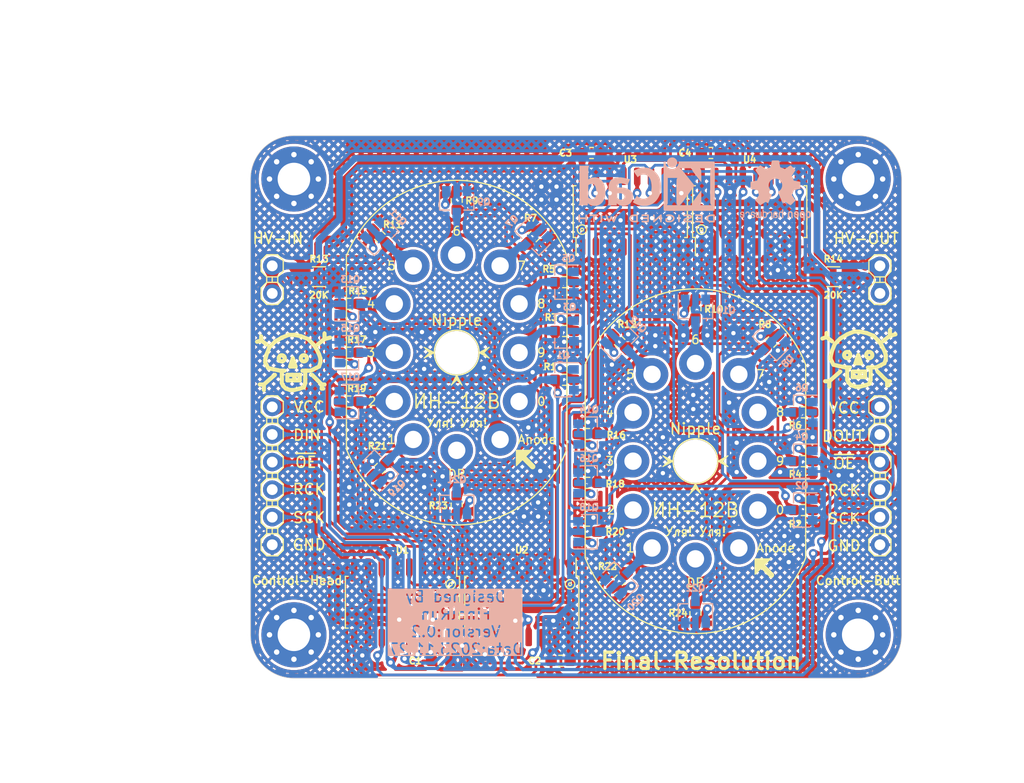
<source format=kicad_pcb>
(kicad_pcb (version 20221018) (generator pcbnew)
  (title_block (title "Two-pronged Approach") (date "2023-11-27") (rev "0.2") (company "Final Resolution"))
  (layers (0 "F.Cu" signal) (31 "B.Cu" signal) (34 "B.Paste" user) (35 "F.Paste" user) (36 "B.SilkS" user "B.Silkscreen") (37 "F.SilkS" user "F.Silkscreen") (38 "B.Mask" user) (39 "F.Mask" user) (44 "Edge.Cuts" user))
  (net 0 "")
  (net 1 "GND")
  (net 2 "/595VCC")
  (net 3 "/SCK")
  (net 4 "/RCK")
  (net 5 "/OE")
  (net 6 "/DIN")
  (net 7 "/DOUT")
  (net 8 "/NTAN0")
  (net 9 "/NTBN0")
  (net 10 "/NTAN9")
  (net 11 "/NTBN9")
  (net 12 "/NTAN8")
  (net 13 "/NTBN8")
  (net 14 "/NTAN7")
  (net 15 "/NTBN7")
  (net 16 "/NTAN6")
  (net 17 "/NTBN6")
  (net 18 "/NTAN5")
  (net 19 "/NTBN5")
  (net 20 "/HV")
  (net 21 "/NTAN4")
  (net 22 "/NTBN4")
  (net 23 "/NTAN3")
  (net 24 "/NTBN3")
  (net 25 "/NTAN2")
  (net 26 "/NTBN2")
  (net 27 "/NTAN1")
  (net 28 "/NTBN1")
  (net 29 "/NTADP")
  (net 30 "/NTBDP")
  (net 31 "Net-(Q1-B)")
  (net 32 "Net-(Q1-C)")
  (net 33 "Net-(Q2-B)")
  (net 34 "Net-(Q2-C)")
  (net 35 "Net-(Q3-B)")
  (net 36 "Net-(Q3-C)")
  (net 37 "Net-(Q4-B)")
  (net 38 "Net-(Q4-C)")
  (net 39 "Net-(Q5-B)")
  (net 40 "Net-(Q5-C)")
  (net 41 "Net-(Q6-B)")
  (net 42 "Net-(Q6-C)")
  (net 43 "Net-(Q7-B)")
  (net 44 "Net-(Q7-C)")
  (net 45 "Net-(Q8-B)")
  (net 46 "Net-(Q8-C)")
  (net 47 "Net-(Q9-B)")
  (net 48 "Net-(Q9-C)")
  (net 49 "Net-(Q10-B)")
  (net 50 "Net-(Q10-C)")
  (net 51 "Net-(Q11-B)")
  (net 52 "Net-(Q11-C)")
  (net 53 "Net-(Q12-B)")
  (net 54 "Net-(Q12-C)")
  (net 55 "Net-(Q13-B)")
  (net 56 "Net-(Q13-C)")
  (net 57 "Net-(Q14-B)")
  (net 58 "Net-(Q14-C)")
  (net 59 "Net-(Q15-B)")
  (net 60 "Net-(Q15-C)")
  (net 61 "Net-(Q16-B)")
  (net 62 "Net-(Q16-C)")
  (net 63 "Net-(Q17-B)")
  (net 64 "Net-(Q17-C)")
  (net 65 "Net-(Q18-B)")
  (net 66 "Net-(Q18-C)")
  (net 67 "Net-(Q19-B)")
  (net 68 "Net-(Q19-C)")
  (net 69 "Net-(Q20-B)")
  (net 70 "Net-(Q20-C)")
  (net 71 "Net-(Q21-B)")
  (net 72 "Net-(Q21-C)")
  (net 73 "Net-(Q22-B)")
  (net 74 "Net-(Q22-C)")
  (net 75 "Net-(U5-Anode)")
  (net 76 "Net-(U6-Anode)")
  (net 77 "Net-(U1-QH')")
  (net 83 "Net-(U2-QH')")
  (net 84 "Net-(U3-QH')")
  (footprint "Test-Board:PinHeader_1x02_P2.54mm_Horizontal_IN" (layer "F.Cu") (at 96 79)
    (fp_text reference "J1")
    (fp_text value "HV-IN")
  )
  (footprint "Test-Board:PinHeader_1x02_P2.54mm_Horizontal_OUT" (layer "F.Cu") (at 152 79)
    (fp_text reference "J2")
    (fp_text value "HV-OUT")
  )
  (footprint "Test-Board:PinHeader_1x06_P2.54mm_Horizontal_IN" (layer "F.Cu") (at 96 92)
    (fp_text reference "J3")
    (fp_text value "Control-Head")
  )
  (footprint "Test-Board:PinHeader_1x06_P2.54mm_Horizontal_OUT" (layer "F.Cu") (at 152 92)
    (fp_text reference "J4")
    (fp_text value "Control-Butt")
  )
  (footprint "Test-Board:MountingHole_3mm_Pad_Via" (layer "F.Cu") (at 98 71)
    (fp_text reference "M1")
    (fp_text value "M3-Hole")
  )
  (footprint "Test-Board:MountingHole_3mm_Pad_Via" (layer "F.Cu") (at 98 113)
    (fp_text reference "M2")
    (fp_text value "M3-Hole")
  )
  (footprint "Test-Board:MountingHole_3mm_Pad_Via" (layer "F.Cu") (at 150 113)
    (fp_text reference "M3")
    (fp_text value "M3-Hole")
  )
  (footprint "Test-Board:MountingHole_3mm_Pad_Via" (layer "F.Cu") (at 150 71)
    (fp_text reference "M4")
    (fp_text value "M3-Hole")
  )
  (footprint "Test-Board:SOP-16_4.55x10.3mm_P1.27mm" (layer "F.Cu") (at 108 110 -90)
    (fp_text reference "U1")
    (fp_text value "74HC595")
  )
  (footprint "Test-Board:SOP-16_4.55x10.3mm_P1.27mm" (layer "F.Cu") (at 119 110 -90)
    (fp_text reference "U2")
    (fp_text value "74HC595")
  )
  (footprint "Test-Board:SOP-16_4.55x10.3mm_P1.27mm" (layer "F.Cu") (at 129 74 90)
    (fp_text reference "U3")
    (fp_text value "74HC595")
  )
  (footprint "Test-Board:SOP-16_4.55x10.3mm_P1.27mm" (layer "F.Cu") (at 140 74 90)
    (fp_text reference "U4")
    (fp_text value "74HC595")
  )
  (footprint "Test-Board:IN-12B-Use-Pin-Header-3" (layer "F.Cu") (at 113 87)
    (fp_text reference "U5")
    (fp_text value "Nixie_ИН-12B")
  )
  (footprint "Test-Board:IN-12B-Use-Pin-Header-3" (layer "F.Cu") (at 135 97)
    (fp_text reference "U6")
    (fp_text value "Nixie_ИН-12B")
  )
  (footprint "Test-Board:Symbol_Danger_CopperTop_Small" (layer "F.Cu") (at 97.9 87.9)
    (fp_text reference "REF**")
    (fp_text value "Symbol_Danger_CopperTop_Small" hide)
  )
  (footprint "Test-Board:Symbol_Danger_CopperTop_Small" (layer "F.Cu") (at 150 87.6)
    (fp_text reference "REF**")
    (fp_text value "Symbol_Danger_CopperTop_Small" hide)
  )
  (footprint "Test-Board:R_1206_3216Metric_Pad1.42x1.75mm_HandSolder" (layer "F.Cu") (at 100.3125 80)
    (fp_text reference "R13")
    (fp_text value "20K")
  )
  (footprint "Test-Board:R_1206_3216Metric_Pad1.42x1.75mm_HandSolder" (layer "F.Cu") (at 147.7 80 180)
    (fp_text reference "R14")
    (fp_text value "20K")
  )
  (footprint "Test-Board:C_0603_1608Metric_Pad1.05x0.95mm_HandSolder" (layer "F.Cu") (at 111.575 115.4 180)
    (fp_text reference "C1")
    (fp_text value "C")
  )
  (footprint "Test-Board:C_0603_1608Metric_Pad1.05x0.95mm_HandSolder" (layer "F.Cu") (at 122.575 115.4 180)
    (fp_text reference "C2")
    (fp_text value "C")
  )
  (footprint "Test-Board:C_0603_1608Metric_Pad1.05x0.95mm_HandSolder" (layer "F.Cu") (at 125.425 68.6)
    (fp_text reference "C3")
    (fp_text value "C")
  )
  (footprint "Test-Board:C_0603_1608Metric_Pad1.05x0.95mm_HandSolder" (layer "F.Cu") (at 136.425 68.6)
    (fp_text reference "C4")
    (fp_text value "C")
  )
  (footprint "Test-Board:R_0603_1608Metric_Pad1.05x0.95mm_HandSolder" (layer "F.Cu") (at 122.925 89.5 180)
    (fp_text reference "R1")
    (fp_text value "20K")
  )
  (footprint "Test-Board:R_0603_1608Metric_Pad1.05x0.95mm_HandSolder" (layer "F.Cu") (at 144.925 101.5 180)
    (fp_text reference "R2")
    (fp_text value "20K")
  )
  (footprint "Test-Board:R_0603_1608Metric_Pad1.05x0.95mm_HandSolder" (layer "F.Cu") (at 122.925 85 180)
    (fp_text reference "R3")
    (fp_text value "20K")
  )
  (footprint "Test-Board:R_0603_1608Metric_Pad1.05x0.95mm_HandSolder" (layer "F.Cu") (at 144.925 97 180)
    (fp_text reference "R4")
    (fp_text value "20K")
  )
  (footprint "Test-Board:R_0603_1608Metric_Pad1.05x0.95mm_HandSolder" (layer "F.Cu") (at 122.925 80.5 180)
    (fp_text reference "R5")
    (fp_text value "20K")
  )
  (footprint "Test-Board:R_0603_1608Metric_Pad1.05x0.95mm_HandSolder" (layer "F.Cu") (at 144.925 92.5 180)
    (fp_text reference "R6")
    (fp_text value "20K")
  )
  (footprint "Test-Board:R_0603_1608Metric_Pad1.05x0.95mm_HandSolder" (layer "F.Cu") (at 120.081282 76.3 -135)
    (fp_text reference "R7")
    (fp_text value "20K")
  )
  (footprint "Test-Board:R_0603_1608Metric_Pad1.05x0.95mm_HandSolder" (layer "F.Cu") (at 141.981282 86.018718 -135)
    (fp_text reference "R8")
    (fp_text value "20K")
  )
  (footprint "Test-Board:R_0603_1608Metric_Pad1.05x0.95mm_HandSolder" (layer "F.Cu") (at 113 72.975 -90)
    (fp_text reference "R9")
    (fp_text value "20K")
  )
  (footprint "Test-Board:R_0603_1608Metric_Pad1.05x0.95mm_HandSolder" (layer "F.Cu") (at 135 82.975 -90)
    (fp_text reference "R10")
    (fp_text value "20K")
  )
  (footprint "Test-Board:R_0603_1608Metric_Pad1.05x0.95mm_HandSolder" (layer "F.Cu") (at 105.918718 76.318718 -45)
    (fp_text reference "R11")
    (fp_text value "20K")
  )
  (footprint "Test-Board:R_0603_1608Metric_Pad1.05x0.95mm_HandSolder" (layer "F.Cu") (at 128.018718 86.018718 -45)
    (fp_text reference "R12")
    (fp_text value "20K")
  )
  (footprint "Test-Board:R_0603_1608Metric_Pad1.05x0.95mm_HandSolder" (layer "F.Cu") (at 103.075 82.5)
    (fp_text reference "R15")
    (fp_text value "20K")
  )
  (footprint "Test-Board:R_0603_1608Metric_Pad1.05x0.95mm_HandSolder" (layer "F.Cu") (at 125.075 94.5)
    (fp_text reference "R16")
    (fp_text value "20K")
  )
  (footprint "Test-Board:R_0603_1608Metric_Pad1.05x0.95mm_HandSolder" (layer "F.Cu") (at 103.075 87)
    (fp_text reference "R17")
    (fp_text value "20K")
  )
  (footprint "Test-Board:R_0603_1608Metric_Pad1.05x0.95mm_HandSolder" (layer "F.Cu") (at 125.1 99)
    (fp_text reference "R18")
    (fp_text value "20K")
  )
  (footprint "Test-Board:R_0603_1608Metric_Pad1.05x0.95mm_HandSolder" (layer "F.Cu") (at 103.075 91.5)
    (fp_text reference "R19")
    (fp_text value "20K")
  )
  (footprint "Test-Board:R_0603_1608Metric_Pad1.05x0.95mm_HandSolder" (layer "F.Cu") (at 125.075 103.5)
    (fp_text reference "R20")
    (fp_text value "20K")
  )
  (footprint "Test-Board:R_0603_1608Metric_Pad1.05x0.95mm_HandSolder" (layer "F.Cu") (at 105.918718 97.681282 45)
    (fp_text reference "R21")
    (fp_text value "20K")
  )
  (footprint "Test-Board:R_0603_1608Metric_Pad1.05x0.95mm_HandSolder" (layer "F.Cu") (at 128.018718 107.981282 45)
    (fp_text reference "R22")
    (fp_text value "20K")
  )
  (footprint "Test-Board:R_0603_1608Metric_Pad1.05x0.95mm_HandSolder" (layer "F.Cu") (at 113 101.025 90)
    (fp_text reference "R23")
    (fp_text value "20K")
  )
  (footprint "Test-Board:R_0603_1608Metric_Pad1.05x0.95mm_HandSolder" (layer "F.Cu") (at 135 111.025 90)
    (fp_text reference "R24")
    (fp_text value "20K")
  )
  (footprint "A_LOGO:Two-pronged-Approach-Silks" (layer "F.Cu") (at 111.9 68)
    (fp_text reference "G***" hide)
    (fp_text value "LOGO" hide)
  )
  (footprint "Test-Board:SOT-23" (layer "B.Cu") (at 122.8 89.5 180)
    (fp_text reference "Q1")
    (fp_text value "MMBTA42")
  )
  (footprint "Test-Board:SOT-23" (layer "B.Cu") (at 144.8 101.5 180)
    (fp_text reference "Q2")
    (fp_text value "MMBTA42")
  )
  (footprint "Test-Board:SOT-23" (layer "B.Cu") (at 122.8 85 180)
    (fp_text reference "Q3")
    (fp_text value "MMBTA42")
  )
  (footprint "Test-Board:SOT-23" (layer "B.Cu") (at 144.8 97 180)
    (fp_text reference "Q4")
    (fp_text value "MMBTA42")
  )
  (footprint "Test-Board:SOT-23" (layer "B.Cu") (at 122.8 80.5 180)
    (fp_text reference "Q5")
    (fp_text value "MMBTA42")
  )
  (footprint "Test-Board:SOT-23" (layer "B.Cu") (at 144.8 92.5 180)
    (fp_text reference "Q6")
    (fp_text value "MMBTA42")
  )
  (footprint "Test-Board:SOT-23" (layer "B.Cu") (at 120 76.392893 -135)
    (fp_text reference "Q7")
    (fp_text value "MMBTA42")
  )
  (footprint "Test-Board:SOT-23" (layer "B.Cu") (at 141.907107 86.092893 -135)
    (fp_text reference "Q8")
    (fp_text value "MMBTA42")
  )
  (footprint "Test-Board:SOT-23" (layer "B.Cu") (at 113 73.1 -90)
    (fp_text reference "Q9")
    (fp_text value "MMBTA42")
  )
  (footprint "Test-Board:SOT-23" (layer "B.Cu") (at 135 83.1 -90)
    (fp_text reference "Q10")
    (fp_text value "MMBTA42")
  )
  (footprint "Test-Board:SOT-23" (layer "B.Cu") (at 105.992893 76.392893 -45)
    (fp_text reference "Q11")
    (fp_text value "MMBTA42")
  )
  (footprint "Test-Board:SOT-23" (layer "B.Cu") (at 128.1 86.1 -45)
    (fp_text reference "Q12")
    (fp_text value "MMBTA42")
  )
  (footprint "Test-Board:SOT-23" (layer "B.Cu") (at 103.2 82.5)
    (fp_text reference "Q13")
    (fp_text value "MMBTA42")
  )
  (footprint "Test-Board:SOT-23" (layer "B.Cu") (at 125.2 94.5)
    (fp_text reference "Q14")
    (fp_text value "MMBTA42")
  )
  (footprint "Test-Board:SOT-23" (layer "B.Cu") (at 103.2 87)
    (fp_text reference "Q15")
    (fp_text value "MMBTA42")
  )
  (footprint "Test-Board:SOT-23" (layer "B.Cu") (at 125.2 99)
    (fp_text reference "Q16")
    (fp_text value "MMBTA42")
  )
  (footprint "Test-Board:SOT-23" (layer "B.Cu") (at 103.2 91.5)
    (fp_text reference "Q17")
    (fp_text value "MMBTA42")
  )
  (footprint "Test-Board:SOT-23" (layer "B.Cu") (at 125.2 103.5)
    (fp_text reference "Q18")
    (fp_text value "MMBTA42")
  )
  (footprint "Test-Board:SOT-23" (layer "B.Cu") (at 105.992893 97.6 45)
    (fp_text reference "Q19")
    (fp_text value "MMBTA42")
  )
  (footprint "Test-Board:SOT-23" (layer "B.Cu") (at 128.1 107.9 45)
    (fp_text reference "Q20")
    (fp_text value "MMBTA42")
  )
  (footprint "Test-Board:SOT-23" (layer "B.Cu") (at 113 100.9 90)
    (fp_text reference "Q21")
    (fp_text value "MMBTA42")
  )
  (footprint "Test-Board:SOT-23" (layer "B.Cu") (at 135 110.9 90)
    (fp_text reference "Q22")
    (fp_text value "MMBTA42")
  )
  (footprint "Symbol:KiCad-Logo2_5mm_SilkScreen" (layer "B.Cu") (at 130.506696 71.990162 180)
    (fp_text reference "REF**" hide)
    (fp_text value "KiCad-Logo2_5mm_SilkScreen" hide)
  )
  (footprint "Symbol:OSHW-Logo2_7.3x6mm_SilkScreen" (layer "B.Cu") (at 142.369552 72.046927 180)
    (fp_text reference "REF**" hide)
    (fp_text value "OSHW-Logo2_7.3x6mm_SilkScreen" hide)
  )
  (gr_line (start 94 71) (end 94 113) (stroke (width 0.05)) (layer "Edge.Cuts"))
  (gr_line (start 98 117) (end 150 117) (stroke (width 0.05)) (layer "Edge.Cuts"))
  (gr_line (start 154 113) (end 154 71) (stroke (width 0.05)) (layer "Edge.Cuts"))
  (gr_line (start 150 67) (end 98 67) (stroke (width 0.05)) (layer "Edge.Cuts"))
  (gr_arc (start 154 113) (mid 152.828427 115.828427) (end 150 117) (stroke (width 0.05)) (layer "Edge.Cuts"))
  (gr_arc (start 98 117) (mid 95.171573 115.828427) (end 94 113) (stroke (width 0.05)) (layer "Edge.Cuts"))
  (gr_arc (start 94 71) (mid 95.171573 68.171573) (end 98 67) (stroke (width 0.05)) (layer "Edge.Cuts"))
  (gr_arc (start 150 67) (mid 152.828427 68.171573) (end 154 71) (stroke (width 0.05)) (layer "Edge.Cuts"))
  (gr_text "Designed By\nFinalRun\nVersion:0.2\nData:2023.11.27" (at 112.9 111.9) (layer "B.SilkS" knockout) (effects (font (size 1 1)) (justify mirror)))
  (gr_text "VCC" (at 148.7 92.1) (layer "F.SilkS") (effects (font (size 1 1))))
  (gr_text "DOUT" (at 148.6 94.7) (layer "F.SilkS") (effects (font (size 1 1))))
  (gr_text "RCK" (at 148.7 99.7) (layer "F.SilkS") (effects (font (size 1 1))))
  (gr_text "~{OE}" (at 148.7 97.2) (layer "F.SilkS") (effects (font (size 1 1))))
  (gr_text "SCK" (at 148.7 102.3) (layer "F.SilkS") (effects (font (size 1 1))))
  (gr_text "GND" (at 148.7 104.8) (layer "F.SilkS") (effects (font (size 1 1))))
  (gr_text "GND" (at 99.4 104.7) (layer "F.SilkS") (effects (font (size 1 1))))
  (gr_text "DIN" (at 99.2 94.6) (layer "F.SilkS") (effects (font (size 1 1))))
  (gr_text "RCK" (at 99.4 99.6) (layer "F.SilkS") (effects (font (size 1 1))))
  (gr_text "~{OE}" (at 99.1 97.1) (layer "F.SilkS") (effects (font (size 1 1))))
  (gr_text "SCK" (at 99.4 102.2) (layer "F.SilkS") (effects (font (size 1 1))))
  (gr_text "Final Resolution" (at 126.1 116.3) (layer "F.SilkS") (effects (font (size 1.5 1.5) (thickness 0.3) bold) (justify left bottom)))
  (gr_text "VCC" (at 99.4 92) (layer "F.SilkS") (effects (font (size 1 1))))
  (segment (start 113.5 114.3) (end 113.5 114) (width 0.25) (layer "F.Cu") (net 1))
  (segment (start 121.7 115.4) (end 121.541925 115.241925) (width 0.25) (layer "F.Cu") (net 1))
  (segment (start 113.7 114.5) (end 113.5 114.3) (width 0.25) (layer "F.Cu") (net 1))
  (segment (start 115.6 114.8) (end 116 114.8) (width 0.25) (layer "F.Cu") (net 1))
  (segment (start 111.55 116.25) (end 113.5 116.25) (width 0.25) (layer "F.Cu") (net 1))
  (segment (start 118.2 114.8) (end 118.6 114.8) (width 0.25) (layer "F.Cu") (net 1))
  (segment (start 117.72 114.32) (end 118.2 114.8) (width 0.25) (layer "F.Cu") (net 1))
  (segment (start 137.3 68.6) (end 138.3 68.6) (width 0.25) (layer "F.Cu") (net 1))
  (segment (start 138.3 68.6) (end 138.72 69.02) (width 0.25) (layer "F.Cu") (net 1))
  (segment (start 105.47 114.104695) (end 105.47 111.83) (width 0.25) (layer "F.Cu") (net 1))
  (segment (start 116.8 111.8) (end 117.4 111.8) (width 0.25) (layer "F.Cu") (net 1))
  (segment (start 105.8 111.5) (end 107.6 111.5) (width 0.25) (layer "F.Cu") (net 1))
  (segment (start 113.5 116.25) (end 113.7 116.05) (width 0.25) (layer "F.Cu") (net 1))
  (segment (start 107.6 111.5) (end 107.7 111.6) (width 0.25) (layer "F.Cu") (net 1))
  (segment (start 116.47 114.33) (end 116.47 112.13) (width 0.25) (layer "F.Cu") (net 1))
  (segment (start 110.7 115.4) (end 111.55 116.25) (width 0.25) (layer "F.Cu") (net 1))
  (segment (start 121.541925 112.058075) (end 121.9 111.7) (width 0.25) (layer "F.Cu") (net 1))
  (segment (start 117.72 112.12) (end 117.72 114.32) (width 0.25) (layer "F.Cu") (net 1))
  (segment (start 138.72 69.02) (end 138.72 71.68) (width 0.25) (layer "F.Cu") (net 1))
  (segment (start 116.47 112.13) (end 116.8 111.8) (width 0.25) (layer "F.Cu") (net 1))
  (segment (start 121.541925 115.241925) (end 121.541925 112.058075) (width 0.25) (layer "F.Cu") (net 1))
  (segment (start 105.47 111.83) (end 105.8 111.5) (width 0.25) (layer "F.Cu") (net 1))
  (segment (start 117.4 111.8) (end 117.72 112.12) (width 0.25) (layer "F.Cu") (net 1))
  (segment (start 104.637485 114.562515) (end 105.01218 114.562515) (width 0.25) (layer "F.Cu") (net 1))
  (segment (start 138.72 71.68) (end 138.2 72.2) (width 0.25) (layer "F.Cu") (net 1))
  (segment (start 104.3 114.9) (end 104.637485 114.562515) (width 0.25) (layer "F.Cu") (net 1))
  (segment (start 116 114.8) (end 116.47 114.33) (width 0.25) (layer "F.Cu") (net 1))
  (segment (start 105.01218 114.562515) (end 105.47 114.104695) (width 0.25) (layer "F.Cu") (net 1))
  (segment (start 113.7 116.05) (end 113.7 114.5) (width 0.25) (layer "F.Cu") (net 1))
  (via (at 131.3 86.4) (size 0.8) (drill 0.4) (layers "F.Cu" "B.Cu") (net 1))
  (via (at 149.4 98.3) (size 0.8) (drill 0.4) (layers "F.Cu" "B.Cu") (net 1))
  (via (at 140 75.6) (size 0.8) (drill 0.4) (layers "F.Cu" "B.Cu") (net 1))
  (via (at 110 88.5) (size 0.8) (drill 0.4) (layers "F.Cu" "B.Cu") (net 1))
  (via (at 122.4 82.7) (size 0.8) (drill 0.4) (layers "F.Cu" "B.Cu") (net 1))
  (via (at 148.2 98.3) (size 0.8) (drill 0.4) (layers "F.Cu" "B.Cu") (net 1))
  (via (at 141.8 89.7) (size 0.8) (drill 0.4) (layers "F.Cu" "B.Cu") (net 1))
  (via (at 120.5 100.8) (size 0.8) (drill 0.4) (layers "F.Cu" "B.Cu") (net 1))
  (via (at 134.8 90.9) (size 0.8) (drill 0.4) (layers "F.Cu" "B.Cu") (net 1))
  (via (at 122.9 86) (size 0.8) (drill 0.4) (layers "F.Cu" "B.Cu") (net 1))
  (via (at 134.8 92.2) (size 0.8) (drill 0.4) (layers "F.Cu" "B.Cu") (net 1))
  (via (at 133.7 72.3) (size 0.8) (drill 0.4) (layers "F.Cu" "B.Cu") (net 1))
  (via (at 113.5 114) (size 0.8) (drill 0.4) (layers "F.Cu" "B.Cu") (net 1))
  (via (at 131.3 85.4) (size 0.8) (drill 0.4) (layers "F.Cu" "B.Cu") (net 1))
  (via (at 120.7 97.9) (size 0.8) (drill 0.4) (layers "F.Cu" "B.Cu") (net 1))
  (via (at 122.2 72.9) (size 0.8) (drill 0.4) (layers "F.Cu" "B.Cu") (net 1))
  (via (at 107.7 111.6) (size 0.8) (drill 0.4) (layers "F.Cu" "B.Cu") (net 1))
  (via (at 132 98.1) (size 0.8) (drill 0.4) (layers "F.Cu" "B.Cu") (net 1))
  (via (at 142.6 79.4) (size 0.8) (drill 0.4) (layers "F.Cu" "B.Cu") (net 1))
  (via (at 142.8 98) (size 0.8) (drill 0.4) (layers "F.Cu" "B.Cu") (net 1))
  (via (at 120.8 71.7) (size 0.8) (drill 0.4) (layers "F.Cu" "B.Cu") (net 1))
  (via (at 126.1 96.5) (size 0.8) (drill 0.4) (layers "F.Cu" "B.Cu") (net 1))
  (via (at 143.2 103.9) (size 0.8) (drill 0.4) (layers "F.Cu" "B.Cu") (net 1))
  (via (at 120.8 72.9) (size 0.8) (drill 0.4) (layers "F.Cu" "B.Cu") (net 1))
  (via (at 145.8 94.8) (size 0.8) (drill 0.4) (layers "F.Cu" "B.Cu") (net 1))
  (via (at 104.3 114.9) (size 0.8) (drill 0.4) (layers "F.Cu" "B.Cu") (net 1))
  (via (at 131 74.6) (size 0.8) (drill 0.4) (layers "F.Cu" "B.Cu") (net 1))
  (via (at 125.6 102.2) (size 0.8) (drill 0.4) (layers "F.Cu" "B.Cu") (net 1))
  (via (at 128.1 74.8) (size 0.8) (drill 0.4) (layers "F.Cu" "B.Cu") (net 1))
  (via (at 132.6 74.6) (size 0.8) (drill 0.4) (layers "F.Cu" "B.Cu") (net 1))
  (via (at 103.1 99.4) (size 0.8) (drill 0.4) (layers "F.Cu" "B.Cu") (net 1))
  (via (at 136.1 85.4) (size 0.8) (drill 0.4) (layers "F.Cu" "B.Cu") (net 1))
  (via (at 133.9 85.4) (size 0.8) (drill 0.4) (layers "F.Cu" "B.Cu") (net 1))
  (via (at 132 94.8) (size 0.8) (drill 0.4) (layers "F.Cu" "B.Cu") (net 1))
  (via (at 105.5 85.1) (size 0.8) (drill 0.4) (layers "F.Cu" "B.Cu") (net 1))
  (via (at 125.1 97.9) (size 0.8) (drill 0.4) (layers "F.Cu" "B.Cu") (net 1))
  (via (at 120.5 102.1) (size 0.8) (drill 0.4) (layers "F.Cu" "B.Cu") (net 1))
  (via (at 110 99.4) (size 0.8) (drill 0.4) (layers "F.Cu" "B.Cu") (net 1))
  (via (at 119.2 102.1) (size 0.8) (drill 0.4) (layers "F.Cu" "B.Cu") (net 1))
  (via (at 109.8 85.1) (size 0.8) (drill 0.4) (layers "F.Cu" "B.Cu") (net 1))
  (via (at 143.6 106.3) (size 0.8) (drill 0.4) (layers "F.Cu" "B.Cu") (net 1))
  (via (at 138.5 85.2) (size 0.8) (drill 0.4) (layers "F.Cu" "B.Cu") (net 1))
  (via (at 128.8 85.3) (size 0.8) (drill 0.4) (layers "F.Cu" "B.Cu") (net 1))
  (via (at 127.3 88.1) (size 0.8) (drill 0.4) (layers "F.Cu" "B.Cu") (net 1))
  (via (at 138.2 72.2) (size 0.8) (drill 0.4) (layers "F.Cu" "B.Cu") (net 1))
  (via (at 138.8 95.3) (size 0.8) (drill 0.4) (layers "F.Cu" "B.Cu") (net 1))
  (via (at 115.6 114.8) (size 0.8) (drill 0.4) (layers "F.Cu" "B.Cu") (net 1))
  (via (at 110 98.3) (size 0.8) (drill 0.4) (layers "F.Cu" "B.Cu") (net 1))
  (via (at 103.1 101) (size 0.8) (drill 0.4) (layers "F.Cu" "B.Cu") (net 1))
  (via (at 119.6 93.9) (size 0.8) (drill 0.4) (layers "F.Cu" "B.Cu") (net 1))
  (via (at 105.6 101) (size 0.8) (drill 0.4) (layers "F.Cu" "B.Cu") (net 1))
  (via (at 120 88.8) (size 0.8) (drill 0.4) (layers "F.Cu" "B.Cu") (net 1))
  (via (at 111.7 98.4) (size 0.8) (drill 0.4) (layers "F.Cu" "B.Cu") (net 1))
  (via (at 142.6 86.8) (size 0.8) (drill 0.4) (layers "F.Cu" "B.Cu") (net 1))
  (via (at 138.1 91.6) (size 0.8) (drill 0.4) (layers "F.Cu" "B.Cu") (net 1))
  (via (at 115.5 88.4) (size 0.8) (drill 0.4) (layers "F.Cu" "B.Cu") (net 1))
  (via (at 138.8 98) (size 0.8) (drill 0.4) (layers "F.Cu" "B.Cu") (net 1))
  (via (at 140 74.5) (size 0.8) (drill 0.4) (layers "F.Cu" "B.Cu") (net 1))
  (via (at 121.9 111.7) (size 0.8) (drill 0.4) (layers "F.Cu" "B.Cu") (net 1))
  (via (at 105.2 97) (size 0.8) (drill 0.4) (layers "F.Cu" "B.Cu") (net 1))
  (via (at 122.2 71.7) (size 0.8) (drill 0.4) (layers "F.Cu" "B.Cu") (net 1))
  (via (at 144.4 103.9) (size 0.8) (drill 0.4) (layers "F.Cu" "B.Cu") (net 1))
  (via (at 121 108.9) (size 0.8) (drill 0.4) (layers "F.Cu" "B.Cu") (net 1))
  (via (at 125.1 93.4) (size 0.8) (drill 0.4) (layers "F.Cu" "B.Cu") (net 1))
  (via (at 110.6 114.6) (size 0.8) (drill 0.4) (layers "F.Cu" "B.Cu") (net 1))
  (segment (start 115.1 110.7) (end 115.825 111.425) (width 0.6) (layer "F.Cu") (net 2))
  (segment (start 100.175 78.840445) (end 100.175 77) (width 0.6) (layer "F.Cu") (net 2))
  (segment (start 123.445 111.245) (end 123.445 113.25) (width 0.6) (layer "F.Cu") (net 2))
  (segment (start 104.4 111.2) (end 104.9 110.7) (width 0.6) (layer "F.Cu") (net 2))
  (segment (start 96 92) (end 99.4 92) (width 0.6) (layer "F.Cu") (net 2))
  (segment (start 135.555 68.605) (end 135.55 68.6) (width 0.6) (layer "F.Cu") (net 2))
  (segment (start 99.9 107) (end 99.9 92.5) (width 0.6) (layer "F.Cu") (net 2))
  (segment (start 132.175 72.375) (end 132.175 70.75) (width 0.6) (layer "F.Cu") (net 2))
  (segment (start 100.1375 81.178617) (end 100.1375 78.877944) (width 0.6) (layer "F.Cu") (net 2))
  (segment (start 124.555 72.755) (end 124.555 70.75) (width 0.6) (layer "F.Cu") (net 2))
  (segment (start 100.175 77) (end 100.65 76.525) (width 0.6) (layer "F.Cu") (net 2))
  (segment (start 124.555 68.605) (end 124.55 68.6) (width 0.6) (layer "F.Cu") (net 2))
  (segment (start 115.825 111.425) (end 116.55 110.7) (width 0.6) (layer "F.Cu") (net 2))
  (segment (start 111.6 110.7) (end 112.1 111.2) (width 0.6) (layer "F.Cu") (net 2))
  (segment (start 133 73.2) (end 132.5 72.7) (width 0.6) (layer "F.Cu") (net 2))
  (segment (start 147.7 91.4) (end 147.7 79.33934) (width 0.6) (layer "F.Cu") (net 2))
  (segment (start 124.555 70.75) (end 124.555 68.605) (width 0.6) (layer "F.Cu") (net 2))
  (segment (start 112.445 113.25) (end 112.445 115.395) (width 0.6) (layer "F.Cu") (net 2))
  (segment (start 99.925 91.4625) (end 99.925 81.391116) (width 0.6) (layer "F.Cu") (net 2))
  (segment (start 146.2 77.83934) (end 146.2 74) (width 0.6) (layer "F.Cu") (net 2))
  (segment (start 135.555 72.455) (end 134.81 73.2) (width 0.6) (layer "F.Cu") (net 2))
  (segment (start 104.825 111.625) (end 104.825 113.25) (width 0.6) (layer "F.Cu") (net 2))
  (segment (start 112.445 111.545) (end 113.29 110.7) (width 0.6) (layer "F.Cu") (net 2))
  (segment (start 100.2 107.3) (end 99.9 107) (width 0.6) (layer "F.Cu") (net 2))
  (segment (start 113.29 110.7) (end 115.1 110.7) (width 0.6) (layer "F.Cu") (net 2))
  (segment (start 143.175 70.75) (end 143.175 72.325) (width 0.6) (layer "F.Cu") (net 2))
  (segment (start 102.6 75.5) (end 102.6 71.1) (width 0.6) (layer "F.Cu") (net 2))
  (segment (start 112.445 111.545) (end 112.445 113.25) (width 0.6) (layer "F.Cu") (net 2))
  (segment (start 116.55 110.7) (end 122.9 110.7) (width 0.6) (layer "F.Cu") (net 2))
  (segment (start 102.3 111.2) (end 102 110.9) (width 0.6) (layer "F.Cu") (net 2))
  (segment (start 100.65 76.525) (end 101.575 76.525) (width 0.6) (layer "F.Cu") (net 2))
  (segment (start 112.445 115.395) (end 112.45 115.4) (width 0.6) (layer "F.Cu") (net 2))
  (segment (start 99.925 81.391116) (end 100.1375 81.178617) (width 0.6) (layer "F.Cu") (net 2))
  (segment (start 122.35 69.55) (end 123.3 68.6) (width 0.6) (layer "F.Cu") (net 2))
  (segment (start 146.2 74) (end 145.5 73.3) (width 0.6) (layer "F.Cu") (net 2))
  (segment (start 135.555 70.75) (end 135.555 68.605) (width 0.6) (layer "F.Cu") (net 2))
  (segment (start 152 92) (end 148.3 92) (width 0.6) (layer "F.Cu") (net 2))
  (segment (start 102 107.8) (end 101.5 107.3) (width 0.6) (layer "F.Cu") (net 2))
  (segment (start 135.555 70.75) (end 135.555 72.455) (width 0.6) (layer "F.Cu") (net 2))
  (segment (start 123.445 113.25) (end 123.445 115.395) (width 0.6) (layer "F.Cu") (net 2))
  (segment (start 142.372793 73.2) (end 143.175 72.397793) (width 0.6) (layer "F.Cu") (net 2))
  (segment (start 100.1375 78.877944) (end 100.175 78.840445) (width 0.6) (layer "F.Cu") (net 2))
  (segment (start 125 73.2) (end 124.555 72.755) (width 0.6) (layer "F.Cu") (net 2))
  (segment (start 104.15 69.55) (end 122.35 69.55) (width 0.6) (layer "F.Cu") (net 2))
  (segment (start 143.175 72.397793) (end 143.175 72.325) (width 0.6) (layer "F.Cu") (net 2))
  (segment (start 102 110.9) (end 102 107.8) (width 0.6) (layer "F.Cu") (net 2))
  (segment (start 147.7 79.33934) (end 146.2 77.83934) (width 0.6) (layer "F.Cu") (net 2))
  (segment (start 123.445 115.395) (end 123.45 115.4) (width 0.6) (layer "F.Cu") (net 2))
  (segment (start 99.4 92) (end 99.4 91.9875) (width 0.6) (layer "F.Cu") (net 2))
  (segment (start 102.6 71.1) (end 104.15 69.55) (width 0.6) (layer "F.Cu") (net 2))
  (segment (start 144.15 73.3) (end 143.175 72.325) (width 0.6) (layer "F.Cu") (net 2))
  (segment (start 104.9 110.7) (end 111.6 110.7) (width 0.6) (layer "F.Cu") (net 2))
  (segment (start 99.4 91.9875) (end 99.925 91.4625) (width 0.6) (layer "F.Cu") (net 2))
  (segment (start 112.1 111.2) (end 112.445 111.545) (width 0.6) (layer "F.Cu") (net 2))
  (segment (start 135.555 72.455) (end 136.3 73.2) (width 0.6) (layer "F.Cu") (net 2))
  (segment (start 134.81 73.2) (end 133 73.2) (width 0.6) (layer "F.Cu") (net 2))
  (segment (start 101.575 76.525) (end 102.6 75.5) (width 0.6) (layer "F.Cu") (net 2))
  (segment (start 136.3 73.2) (end 142.372793 73.2) (width 0.6) (layer "F.Cu") (net 2))
  (segment (start 122.9 110.7) (end 123.445 111.245) (width 0.6) (layer "F.Cu") (net 2))
  (segment (start 104.4 111.2) (end 104.825 111.625) (width 0.6) (layer "F.Cu") (net 2))
  (segment (start 132.175 72.375) (end 131.35 73.2) (width 0.6) (layer "F.Cu") (net 2))
  (segment (start 132.5 72.7) (end 132.175 72.375) (width 0.6) (layer "F.Cu") (net 2))
  (segment (start 101.5 107.3) (end 100.2 107.3) (width 0.6) (layer "F.Cu") (net 2))
  (segment (start 131.35 73.2) (end 125 73.2) (width 0.6) (layer "F.Cu") (net 2))
  (segment (start 104.4 111.2) (end 102.3 111.2) (width 0.6) (layer "F.Cu") (net 2))
  (segment (start 115.825 111.425) (end 115.825 113.25) (width 0.6) (layer "F.Cu") (net 2))
  (segment (start 145.5 73.3) (end 144.15 73.3) (width 0.6) (layer "F.Cu") (net 2))
  (segment (start 123.3 68.6) (end 124.55 68.6) (width 0.6) (layer "F.Cu") (net 2))
  (segment (start 148.3 92) (end 147.7 91.4) (width 0.6) (layer "F.Cu") (net 2))
  (segment (start 99.9 92.5) (end 99.4 92) (width 0.6) (layer "F.Cu") (net 2))
  (segment (start 141.905 70.75) (end 141.905 72.105) (width 0.25) (layer "F.Cu") (net 3))
  (segment (start 141.905 72.105) (end 142 72.2) (width 0.25) (layer "F.Cu") (net 3))
  (segment (start 106.095 114.505) (end 105.7 114.9) (width 0.25) (layer "F.Cu") (net 3))
  (segment (start 106.095 113.25) (end 106.095 114.505) (width 0.25) (layer "F.Cu") (net 3))
  (segment (start 130.905 70.75) (end 130.905 72.195) (width 0.25) (layer "F.Cu") (net 3))
  (segment (start 117.1 113.255) (end 117.095 113.25) (width 0.3) (layer "F.Cu") (net 3))
  (segment (start 130.905 72.195) (end 130.8 72.3) (width 0.25) (layer "F.Cu") (net 3))
  (segment (start 117.1 114.8) (end 117.1 113.255) (width 0.3) (layer "F.Cu") (net 3))
  (via (at 105.7 114.9) (size 0.8) (drill 0.4) (layers "F.Cu" "B.Cu") (net 3))
  (via (at 142 72.2) (size 0.8) (drill 0.4) (layers "F.Cu" "B.Cu") (net 3))
  (via (at 117.1 114.8) (size 0.8) (drill 0.4) (layers "F.Cu" "B.Cu") (net 3))
  (via (at 130.8 72.3) (size 0.8) (drill 0.4) (layers "F.Cu" "B.Cu") (net 3))
  (segment (start 130.8 72.3) (end 130.8 70.2) (width 0.25) (layer "B.Cu") (net 3))
  (segment (start 117.6 116.7) (end 144.9 116.7) (width 0.3) (layer "B.Cu") (net 3))
  (segment (start 147.4 99.3) (end 147.4 101.7) (width 0.25) (layer "B.Cu") (net 3))
  (segment (start 142 70.1) (end 142 72.2) (width 0.25) (layer "B.Cu") (net 3))
  (segment (start 117.1 116.2) (end 117.6 116.7) (width 0.3) (layer "B.Cu") (net 3))
  (segment (start 145.8 108.1) (end 147.4 106.5) (width 0.3) (layer "B.Cu") (net 3))
  (segment (start 137.5 94.7) (end 137.5 98.1) (width 0.25) (layer "B.Cu") (net 3))
  (segment (start 132.7 84.2) (end 133 84.5) (width 0.25) (layer "B.Cu") (net 3))
  (segment (start 146.925 98.825) (end 147.4 99.3) (width 0.25) (layer "B.Cu") (net 3))
  (segment (start 129.175 69.725) (end 128.9 70) (width 0.25) (layer "B.Cu") (net 3))
  (segment (start 105.7 116.2) (end 106.2 116.7) (width 0.25) (layer "B.Cu") (net 3))
  (segment (start 144.9 116.7) (end 145.8 115.8) (width 0.3) (layer "B.Cu") (net 3))
  (segment (start 130.325 69.725) (end 129.175 69.725) (width 0.25) (layer "B.Cu") (net 3))
  (segment (start 130.8 70.2) (end 130.325 69.725) (width 0.25) (layer "B.Cu") (net 3))
  (segment (start 133 93.6) (end 133.6 94.2) (width 0.25) (layer "B.Cu") (net 3))
  (segment (start 130.8 70.2) (end 131.275 69.725) (width 0.25) (layer "B.Cu") (net 3))
  (segment (start 147.4 106.5) (end 147.4 102.62) (width 0.3) (layer "B.Cu") (net 3))
  (segment (start 147.86 102.16) (end 152 102.16) (width 0.25) (layer "B.Cu") (net 3))
  (segment (start 129.4 84.2) (end 132.7 84.2) (width 0.25) (layer "B.Cu") (net 3))
  (segment (start 137.5 98.1) (end 138.225 98.825) (width 0.25) (layer "B.Cu") (net 3))
  (segment (start 147.4 101.7) (end 147.86 102.16) (width 0.25) (layer "B.Cu") (net 3))
  (segment (start 131.275 69.725) (end 141.625 69.725) (width 0.25) (layer "B.Cu") (net 3))
  (segment (start 96 102.16) (end 99.86 102.16) (width 0.3) (layer "B.Cu") (net 3))
  (segment (start 100.3 103.5) (end 102.4 105.6) (width 0.3) (layer "B.Cu") (net 3))
  (segment (start 145.8 115.8) (end 145.8 108.1) (width 0.3) (layer "B.Cu") (net 3))
  (segment (start 128.9 70) (end 128.9 83.7) (width 0.25) (layer "B.Cu") (net 3))
  (segment (start 133 84.5) (end 133 93.6) (width 0.25) (layer "B.Cu") (net 3))
  (segment (start 105.7 114.9) (end 105.7 116.2) (width 0.25) (layer "B.Cu") (net 3))
  (segment (start 106.1 106.3) (end 106.1 114.5) (width 0.3) (layer "B.Cu") (net 3))
  (segment (start 137 94.2) (end 137.5 94.7) (width 0.25) (layer "B.Cu") (net 3))
  (segment (start 105.4 105.6) (end 106.1 106.3) (width 0.3) (layer "B.Cu") (net 3))
  (segment (start 133.6 94.2) (end 137 94.2) (width 0.25) (layer "B.Cu") (net 3))
  (segment (start 106.2 116.7) (end 116.6 116.7) (width 0.25) (layer "B.Cu") (net 3))
  (segment (start 128.9 83.7) (end 129.4 84.2) (width 0.25) (layer "B.Cu") (net 3))
  (segment (start 99.86 102.16) (end 100.3 102.6) (width 0.3) (layer "B.Cu") (net 3))
  (segment (start 117.1 114.8) (end 117.1 116.2) (width 0.3) (layer "B.Cu") (net 3))
  (segment (start 100.3 102.6) (end 100.3 103.5) (width 0.3) (layer "B.Cu") (net 3))
  (segment (start 106.1 114.5) (end 105.7 114.9) (width 0.3) (layer "B.Cu") (net 3))
  (segment (start 138.225 98.825) (end 146.925 98.825) (width 0.25) (layer "B.Cu") (net 3))
  (segment (start 147.4 102.62) (end 147.86 102.16) (width 0.3) (layer "B.Cu") (net 3))
  (segment (start 116.6 116.7) (end 117.1 116.2) (width 0.25) (layer "B.Cu") (net 3))
  (segment (start 141.625 69.725) (end 142 70.1) (width 0.25) (layer "B.Cu") (net 3))
  (segment (start 102.4 105.6) (end 105.4 105.6) (width 0.3) (layer "B.Cu") (net 3))
  (segment (start 147.1 103.9) (end 147.1 101.3) (width 0.3) (layer "F.Cu") (net 4))
  (segment (start 129.635 72.29) (end 129.625 72.3) (width 0.25) (layer "F.Cu") (net 4))
  (segment (start 129.635 70.75) (end 129.635 72.29) (width 0.25) (layer "F.Cu") (net 4))
  (segment (start 151.22 100.4) (end 152 99.62) (width 0.3) (layer "F.Cu") (net 4))
  (segment (start 118.4 113.215) (end 118.365 113.25) (width 0.3) (layer "F.Cu") (net 4))
  (segment (start 146.6 104.4) (end 147.1 103.9) (width 0.3) (layer "F.Cu") (net 4))
  (segment (start 147.1 101.3) (end 148 100.4) (width 0.3) (layer "F.Cu") (net 4))
  (segment (start 140.6 72.2) (end 140.6 70.785) (width 0.25) (layer "F.Cu") (net 4))
  (segment (start 107.365 115.088375) (end 106.9 115.553375) (width 0.3) (layer "F.Cu") (net 4))
  (segment (start 107.365 113.25) (end 107.365 115.088375) (width 0.3) (layer "F.Cu") (net 4))
  (segment (start 118.4 111.7) (end 118.4 113.215) (width 0.3) (layer "F.Cu") (net 4))
  (segment (start 140.6 70.785) (end 140.635 70.75) (width 0.25) (layer "F.Cu") (net 4))
  (segment (start 148 100.4) (end 151.22 100.4) (width 0.3) (layer "F.Cu") (net 4))
  (via (at 129.625 72.3) (size 0.8) (drill 0.4) (layers "F.Cu" "B.Cu") (net 4))
  (via (at 118.4 111.7) (size 0.8) (drill 0.4) (layers "F.Cu" "B.Cu") (net 4))
  (via (at 106.9 115.553375) (size 0.8) (drill 0.4) (layers "F.Cu" "B.Cu") (net 4))
  (via (at 146.6 104.4) (size 0.8) (drill 0.4) (layers "F.Cu" "B.Cu") (net 4))
  (via (at 140.6 72.2) (size 0.8) (drill 0.4) (layers "F.Cu" "B.Cu") (net 4))
  (segment (start 153.2 98.42) (end 152 99.62) (width 0.25) (layer "B.Cu") (net 4))
  (segment (start 106.6 105.9) (end 106.6 115.253375) (width 0.3) (layer "B.Cu") (net 4))
  (segment (start 129.625 73.025) (end 129.625 72.3) (width 0.25) (layer "B.Cu") (net 4))
  (segment (start 132 70.7) (end 132 72.9) (width 0.25) (layer "B.Cu") (net 4))
  (segment (start 152.486701 95.905) (end 153.2 96.618299) (width 0.25) (layer "B.Cu") (net 4))
  (segment (start 119.1 116.2) (end 118.4 115.5) (width 0.3) (layer "B.Cu") (net 4))
  (segment (start 100.8 100.4) (end 100.8 103.293598) (width 0.3) (layer "B.Cu") (net 4))
  (segment (start 100.8 103.293598) (end 102.506402 105) (width 0.3) (layer "B.Cu") (net 4))
  (segment (start 112.2 112.1) (end 112.2 115.093598) (width 0.3) (layer "B.Cu") (net 4))
  (segment (start 112.2 115.093598) (end 111.193598 116.1) (width 0.3) (layer "B.Cu") (net 4))
  (segment (start 96 99.62) (end 100.02 99.62) (width 0.3) (layer "B.Cu") (net 4))
  (segment (start 102.506402 105) (end 105.7 105) (width 0.3) (layer "B.Cu") (net 4))
  (segment (start 130 73.4) (end 129.625 73.025) (width 0.25) (layer "B.Cu") (net 4))
  (segment (start 141.4 80.6) (end 146.4 80.6) (width 0.25) (layer "B.Cu") (net 4))
  (segment (start 106.6 115.253375) (end 106.9 115.553375) (width 0.3) (layer "B.Cu") (net 4))
  (segment (start 107.446625 116.1) (end 106.9 115.553375) (width 0.3) (layer "B.Cu") (net 4))
  (segment (start 140.6 72.2) (end 140.6 70.6) (width 0.25) (layer "B.Cu") (net 4))
  (segment (start 132 72.9) (end 131.5 73.4) (width 0.25) (layer "B.Cu") (net 4))
  (segment (start 100.02 99.62) (end 100.8 100.4) (width 0.3) (layer "B.Cu") (net 4))
  (segment (start 140.6 72.2) (end 140.9 72.5) (width 0.25) (layer "B.Cu") (net 4))
  (segment (start 140.6 70.6) (end 140.3 70.3) (width 0.25) (layer "B.Cu") (net 4))
  (segment (start 105.7 105) (end 106.6 105.9) (width 0.3) (layer "B.Cu") (net 4))
  (segment (start 118.4 115.5) (end 118.4 111.7) (width 0.3) (layer "B.Cu") (net 4))
  (segment (start 144.5 116.2) (end 119.1 116.2) (width 0.3) (layer "B.Cu") (net 4))
  (segment (start 111.193598 116.1) (end 107.446625 116.1) (width 0.3) (layer "B.Cu") (net 4))
  (segment (start 147.705 95.905) (end 152.486701 95.905) (width 0.25) (layer "B.Cu") (net 4))
  (segment (start 140.9 80.1) (end 141.4 80.6) (width 0.25) (layer "B.Cu") (net 4))
  (segment (start 132.4 70.3) (end 132 70.7) (width 0.25) (layer "B.Cu") (net 4))
  (segment (start 147.025 81.225) (end 147.025 95.225) (width 0.25) (layer "B.Cu") (net 4))
  (segment (start 153.2 96.618299) (end 153.2 98.42) (width 0.25) (layer "B.Cu") (net 4))
  (segment (start 140.3 70.3) (end 132.4 70.3) (width 0.25) (layer "B.Cu") (net 4))
  (segment (start 146.6 104.4) (end 146.6 106.5) (width 0.3) (layer "B.Cu") (net 4))
  (segment (start 140.9 72.5) (end 140.9 80.1) (width 0.25) (layer "B.Cu") (net 4))
  (segment (start 146.4 80.6) (end 147.025 81.225) (width 0.25) (layer "B.Cu") (net 4))
  (segment (start 112.6 111.7) (end 112.2 112.1) (width 0.3) (layer "B.Cu") (net 4))
  (segment (start 145.3 107.8) (end 145.3 115.4) (width 0.3) (layer "B.Cu") (net 4))
  (segment (start 145.3 115.4) (end 144.5 116.2) (width 0.3) (layer "B.Cu") (net 4))
  (segment (start 147.025 95.225) (end 147.705 95.905) (width 0.25) (layer "B.Cu") (net 4))
  (segment (start 118.4 111.7) (end 112.6 111.7) (width 0.3) (layer "B.Cu") (net 4))
  (segment (start 146.6 106.5) (end 145.3 107.8) (width 0.3) (layer "B.Cu") (net 4))
  (segment (start 131.5 73.4) (end 130 73.4) (width 0.25) (layer "B.Cu") (net 4))
  (segment (start 132.7 67.8) (end 132.7 69) (width 0.25) (layer "F.Cu") (net 5))
  (segment (start 133.15 67.35) (end 132.7 67.8) (width 0.25) (layer "F.Cu") (net 5))
  (segment (start 139.365 67.965) (end 138.75 67.35) (width 0.25) (layer "F.Cu") (net 5))
  (segment (start 108.635 114.765) (end 108.2 115.2) (width 0.3) (layer "F.Cu") (net 5))
  (segment (start 139.365 70.75) (end 139.365 67.965) (width 0.25) (layer "F.Cu") (net 5))
  (segment (start 138.75 67.35) (end 133.15 67.35) (width 0.25) (layer "F.Cu") (net 5))
  (segment (start 153.2 98.28) (end 153.2 100.117057) (width 0.3) (layer "F.Cu") (net 5))
  (segment (start 132.4 69.3) (end 128.665 69.3) (width 0.25) (layer "F.Cu") (net 5))
  (segment (start 147.6 101.6) (end 147.6 105) (width 0.3) (layer "F.Cu") (net 5))
  (segment (start 108.635 113.25) (end 108.635 114.765) (width 0.3) (layer "F.Cu") (net 5))
  (segment (start 139.365 72.165) (end 139.4 72.2) (width 0.25) (layer "F.Cu") (net 5))
  (segment (start 147.6 105) (end 147.1 105.5) (width 0.3) (layer "F.Cu") (net 5))
  (segment (start 153.2 100.117057) (end 152.417057 100.9) (width 0.3) (layer "F.Cu") (net 5))
  (segment (start 152.417057 100.9) (end 148.3 100.9) (width 0.3) (layer "F.Cu") (net 5))
  (segment (start 119.6 111.6) (end 119.6 113.215) (width 0.3) (layer "F.Cu") (net 5))
  (segment (start 147.1 105.5) (end 145.85 105.5) (width 0.3) (layer "F.Cu") (net 5))
  (segment (start 132.7 69) (end 132.4 69.3) (width 0.25) (layer "F.Cu") (net 5))
  (segment (start 152 97.08) (end 153.2 98.28) (width 0.3) (layer "F.Cu") (net 5))
  (segment (start 128.665 69.3) (end 128.365 69.6) (width 0.25) (layer "F.Cu") (net 5))
  (segment (start 128.365 69.6) (end 128.365 70.75) (width 0.25) (layer "F.Cu") (net 5))
  (segment (start 119.6 113.215) (end 119.635 113.25) (width 0.3) (layer "F.Cu") (net 5))
  (segment (start 148.3 100.9) (end 147.6 101.6) (width 0.3) (layer "F.Cu") (net 5))
  (segment (start 139.365 70.75) (end 139.365 72.165) (width 0.25) (layer "F.Cu") (net 5))
  (via (at 145.85 105.5) (size 0.8) (drill 0.4) (layers "F.Cu" "B.Cu") (net 5))
  (via (at 139.4 72.2) (size 0.8) (drill 0.4) (layers "F.Cu" "B.Cu") (net 5))
  (via (at 119.6 111.6) (size 0.8) (drill 0.4) (layers "F.Cu" "B.Cu") (net 5))
  (via (at 108.2 115.2) (size 0.8) (drill 0.4) (layers "F.Cu" "B.Cu") (net 5))
  (segment (start 119.6 115.7) (end 144.2 115.7) (width 0.3) (layer "B.Cu") (net 5))
  (segment (start 108.600499 115.600499) (end 110.9 115.600499) (width 0.3) (layer "B.Cu") (net 5))
  (segment (start 145.85 106.45) (end 145.85 105.5) (width 0.3) (layer "B.Cu") (net 5))
  (segment (start 108.6 105.3) (end 108.6 114.8) (width 0.3) (layer "B.Cu") (net 5))
  (segment (start 147.5 96.5) (end 151.42 96.5) (width 0.25) (layer "B.Cu") (net 5))
  (segment (start 144.7 107.6) (end 145.85 106.45) (width 0.3) (layer "B.Cu") (net 5))
  (segment (start 96 97.08) (end 100.38 97.08) (width 0.3) (layer "B.Cu") (net 5))
  (segment (start 101.3 103.087196) (end 102.712804 104.5) (width 0.3) (layer "B.Cu") (net 5))
  (segment (start 119 112.2) (end 119 115.1) (width 0.3) (layer "B.Cu") (net 5))
  (segment (start 107.8 104.5) (end 108.6 105.3) (width 0.3) (layer "B.Cu") (net 5))
  (segment (start 110.9 115.600499) (end 111.6 114.900499) (width 0.3) (layer "B.Cu") (net 5))
  (segment (start 139.1 80.4) (end 139.8 81.1) (width 0.25) (layer "B.Cu") (net 5))
  (segment (start 119 115.1) (end 119.6 115.7) (width 0.3) (layer "B.Cu") (net 5))
  (segment (start 101.3 98) (end 101.3 103.087196) (width 0.3) (layer "B.Cu") (net 5))
  (segment (start 102.712804 104.5) (end 107.8 104.5) (width 0.3) (layer "B.Cu") (net 5))
  (segment (start 146.575 95.575) (end 147.5 96.5) (width 0.25) (layer "B.Cu") (net 5))
  (segment (start 108.6 114.8) (end 108.2 115.2) (width 0.3) (layer "B.Cu") (net 5))
  (segment (start 145.9 81.1) (end 146.575 81.775) (width 0.25) (layer "B.Cu") (net 5))
  (segment (start 111.6 114.900499) (end 111.6 111.45) (width 0.3) (layer "B.Cu") (net 5))
  (segment (start 144.7 115.2) (end 144.7 107.6) (width 0.3) (layer "B.Cu") (net 5))
  (segment (start 118.9505 110.9505) (end 119.6 111.6) (width 0.3) (layer "B.Cu") (net 5))
  (segment (start 100.38 97.08) (end 101.3 98) (width 0.3) (layer "B.Cu") (net 5))
  (segment (start 139.4 72.2) (end 139.1 72.5) (width 0.25) (layer "B.Cu") (net 5))
  (segment (start 108.2 115.2) (end 108.600499 115.600499) (width 0.3) (layer "B.Cu") (net 5))
  (segment (start 146.575 81.775) (end 146.575 95.575) (width 0.25) (layer "B.Cu") (net 5))
  (segment (start 112.0995 110.9505) (end 118.9505 110.9505) (width 0.3) (layer "B.Cu") (net 5))
  (segment (start 111.6 111.45) (end 112.0995 110.9505) (width 0.3) (layer "B.Cu") (net 5))
  (segment (start 139.8 81.1) (end 145.9 81.1) (width 0.25) (layer "B.Cu") (net 5))
  (segment (start 151.42 96.5) (end 152 97.08) (width 0.25) (layer "B.Cu") (net 5))
  (segment (start 144.2 115.7) (end 144.7 115.2) (width 0.3) (layer "B.Cu") (net 5))
  (segment (start 139.1 72.5) (end 139.1 80.4) (width 0.25) (layer "B.Cu") (net 5))
  (segment (start 119.6 111.6) (end 119 112.2) (width 0.3) (layer "B.Cu") (net 5))
  (segment (start 109.905 114.295) (end 109.905 113.25) (width 0.3) (layer "F.Cu") (net 6))
  (segment (start 109.4 114.8) (end 109.905 114.295) (width 0.3) (layer "F.Cu") (net 6))
  (via (at 109.4 114.8) (size 0.8) (drill 0.4) (layers "F.Cu" "B.Cu") (net 6))
  (segment (start 101.8 102.880794) (end 101.8 95.3) (width 0.3) (layer "B.Cu") (net 6))
  (segment (start 101.8 95.3) (end 101.04 94.54) (width 0.3) (layer "B.Cu") (net 6))
  (segment (start 101.04 94.54) (end 96 94.54) (width 0.3) (layer "B.Cu") (net 6))
  (segment (start 109.1 114.5) (end 109.1 104.8) (width 0.3) (layer "B.Cu") (net 6))
  (segment (start 109.4 114.8) (end 109.1 114.5) (width 0.3) (layer "B.Cu") (net 6))
  (segment (start 108.3 104) (end 102.919206 104) (width 0.3) (layer "B.Cu") (net 6))
  (segment (start 102.919206 104) (end 101.8 102.880794) (width 0.3) (layer "B.Cu") (net 6))
  (segment (start 109.1 104.8) (end 108.3 104) (width 0.3) (layer "B.Cu") (net 6))
  (segment (start 144.445 72.045) (end 144.6 72.2) (width 0.25) (layer "F.Cu") (net 7))
  (segment (start 144.445 70.75) (end 144.445 72.045) (width 0.25) (layer "F.Cu") (net 7))
  (via (at 144.6 72.2) (size 0.8) (drill 0.4) (layers "F.Cu" "B.Cu") (net 7))
  (segment (start 147.5 81.063604) (end 146.536396 80.1) (width 0.25) (layer "B.Cu") (net 7))
  (segment (start 152 94.54) (end 151.24 95.3) (width 0.25) (layer "B.Cu") (net 7))
  (segment (start 147.5 94.7) (end 147.5 81.063604) (width 0.25) (layer "B.Cu") (net 7))
  (segment (start 148.1 95.3) (end 147.5 94.7) (width 0.25) (layer "B.Cu") (net 7))
  (segment (start 144.6 79.8) (end 144.6 72.2) (width 0.25) (layer "B.Cu") (net 7))
  (segment (start 144.9 80.1) (end 144.6 79.8) (width 0.25) (layer "B.Cu") (net 7))
  (segment (start 151.24 95.3) (end 148.1 95.3) (width 0.25) (layer "B.Cu") (net 7))
  (segment (start 146.536396 80.1) (end 144.9 80.1) (width 0.25) (layer "B.Cu") (net 7))
  (segment (start 111.175 111.975) (end 110.8 111.6) (width 0.25) (layer "F.Cu") (net 8))
  (segment (start 122.3 90.7) (end 122.3 89.75) (width 0.25) (layer "F.Cu") (net 8))
  (segment (start 111.175 113.25) (end 111.175 111.975) (width 0.25) (layer "F.Cu") (net 8))
  (segment (start 122.3 89.75) (end 122.05 89.5) (width 0.25) (layer "F.Cu") (net 8))
  (via (at 110.8 111.6) (size 0.8) (drill 0.4) (layers "F.Cu" "B.Cu") (net 8))
  (via (at 122.3 90.7) (size 0.8) (drill 0.4) (layers "F.Cu" "B.Cu") (net 8))
  (segment (start 111.2 110.3) (end 121.7 110.3) (width 0.25) (layer "B.Cu") (net 8))
  (segment (start 122.3 109.7) (end 122.3 90.7) (width 0.25) (layer "B.Cu") (net 8))
  (segment (start 121.7 110.3) (end 122.3 109.7) (width 0.25) (layer "B.Cu") (net 8))
  (segment (start 110.8 110.7) (end 111.2 110.3) (width 0.25) (layer "B.Cu") (net 8))
  (segment (start 110.8 111.6) (end 110.8 110.7) (width 0.25) (layer "B.Cu") (net 8))
  (segment (start 125.825 70.75) (end 125.825 72.275) (width 0.25) (layer "F.Cu") (net 9))
  (segment (start 143.3 100.75) (end 144.05 101.5) (width 0.25) (layer "F.Cu") (net 9))
  (segment (start 143.3 100.2) (end 143.3 100.75) (width 0.25) (layer "F.Cu") (net 9))
  (segment (start 125.825 72.275) (end 125.8 72.3) (width 0.25) (layer "F.Cu") (net 9))
  (via (at 143.3 100.2) (size 0.8) (drill 0.4) (layers "F.Cu" "B.Cu") (net 9))
  (via (at 125.8 72.3) (size 0.8) (drill 0.4) (layers "F.Cu" "B.Cu") (net 9))
  (segment (start 127.1 101) (end 127.1 100.1) (width 0.25) (layer "B.Cu") (net 9))
  (segment (start 126.295101 74.5) (end 125.795101 75) (width 0.25) (layer "B.Cu") (net 9))
  (segment (start 125.795101 91.604899) (end 124.9 92.5) (width 0.25) (layer "B.Cu") (net 9))
  (segment (start 127.9 99.3) (end 142.7 99.3) (width 0.25) (layer "B.Cu") (net 9))
  (segment (start 142.7 99.3) (end 143.3 99.9) (width 0.25) (layer "B.Cu") (net 9))
  (segment (start 126 71.2) (end 127.8 71.2) (width 0.25) (layer "B.Cu") (net 9))
  (segment (start 127.2 74.5) (end 126.295101 74.5) (width 0.25) (layer "B.Cu") (net 9))
  (segment (start 125.8 72.3) (end 125.8 71.4) (width 0.25) (layer "B.Cu") (net 9))
  (segment (start 123.425 92.825) (end 123.425 100.925) (width 0.25) (layer "B.Cu") (net 9))
  (segment (start 143.3 99.9) (end 143.3 100.2) (width 0.25) (layer "B.Cu") (net 9))
  (segment (start 124.9 92.5) (end 123.75 92.5) (width 0.25) (layer "B.Cu") (net 9))
  (segment (start 123.8 101.3) (end 126.8 101.3) (width 0.25) (layer "B.Cu") (net 9))
  (segment (start 126.8 101.3) (end 127.1 101) (width 0.25) (layer "B.Cu") (net 9))
  (segment (start 127.1 100.1) (end 127.9 99.3) (width 0.25) (layer "B.Cu") (net 9))
  (segment (start 127.8 71.2) (end 128.1 71.5) (width 0.25) (layer "B.Cu") (net 9))
  (segment (start 123.425 100.925) (end 123.8 101.3) (width 0.25) (layer "B.Cu") (net 9))
  (segment (start 123.75 92.5) (end 123.425 92.825) (width 0.25) (layer "B.Cu") (net 9))
  (segment (start 128.1 73.6) (end 127.2 74.5) (width 0.25) (layer "B.Cu") (net 9))
  (segment (start 128.1 71.5) (end 128.1 73.6) (width 0.25) (layer "B.Cu") (net 9))
  (segment (start 125.8 71.4) (end 126 71.2) (width 0.25) (layer "B.Cu") (net 9))
  (segment (start 125.795101 75) (end 125.795101 91.604899) (width 0.25) (layer "B.Cu") (net 9))
  (segment (start 124.218198 91.081802) (end 124.65 90.65) (width 0.25) (layer "F.Cu") (net 10))
  (segment (start 123.318198 91.081802) (end 124.218198 91.081802) (width 0.25) (layer "F.Cu") (net 10))
  (segment (start 122.4 87.7) (end 122.05 87.35) (width 0.25) (layer "F.Cu") (net 10))
  (segment (start 124.2 87.7) (end 122.4 87.7) (width 0.25) (layer "F.Cu") (net 10))
  (segment (start 122.45 95.343287) (end 122.45 91.95) (width 0.25) (layer "F.Cu") (net 10))
  (segment (start 124.65 88.15) (end 124.2 87.7) (width 0.25) (layer "F.Cu") (net 10))
  (segment (start 122.05 87.35) (end 122.05 85) (width 0.25) (layer "F.Cu") (net 10))
  (segment (start 122.9 95.793287) (end 122.45 95.343287) (width 0.25) (layer "F.Cu") (net 10))
  (segment (start 122.9 106.205) (end 122.9 95.793287) (width 0.25) (layer "F.Cu") (net 10))
  (segment (start 124.65 90.65) (end 124.65 88.15) (width 0.25) (layer "F.Cu") (net 10))
  (segment (start 122.45 91.95) (end 123.318198 91.081802) (width 0.25) (layer "F.Cu") (net 10))
  (segment (start 123.445 106.75) (end 122.9 106.205) (width 0.25) (layer "F.Cu") (net 10))
  (segment (start 143.983731 87.152665) (end 142.6 88.536396) (width 0.25) (layer "F.Cu") (net 11))
  (segment (start 137.9 83.4) (end 138.25 83.75) (width 0.25) (layer "F.Cu") (net 11))
  (segment (start 143.983731 84.447335) (end 143.983731 87.152665) (width 0.25) (layer "F.Cu") (net 11))
  (segment (start 143.286396 83.75) (end 143.983731 84.447335) (width 0.25) (layer "F.Cu") (net 11))
  (segment (start 136.2 80.8) (end 137.4 80.8) (width 0.25) (layer "F.Cu") (net 11))
  (segment (start 142.6 88.536396) (end 142.6 95.5) (width 0.25) (layer "F.Cu") (net 11))
  (segment (start 144.05 96.95) (end 144.05 97) (width 0.25) (layer "F.Cu") (net 11))
  (segment (start 137.9 81.3) (end 137.9 83.4) (width 0.25) (layer "F.Cu") (net 11))
  (segment (start 135.555 80.155) (end 136.2 80.8) (width 0.25) (layer "F.Cu") (net 11))
  (segment (start 138.25 83.75) (end 143.286396 83.75) (width 0.25) (layer "F.Cu") (net 11))
  (segment (start 137.4 80.8) (end 137.9 81.3) (width 0.25) (layer "F.Cu") (net 11))
  (segment (start 142.6 95.5) (end 144.05 96.95) (width 0.25) (layer "F.Cu") (net 11))
  (segment (start 135.555 77.25) (end 135.555 80.155) (width 0.25) (layer "F.Cu") (net 11))
  (segment (start 124.65 87.45) (end 125.1 87.9) (width 0.25) (layer "F.Cu") (net 12))
  (segment (start 122.9 92.136396) (end 122.9 95.156891) (width 0.25) (layer "F.Cu") (net 12))
  (segment (start 122.9 95.156891) (end 123.35 95.606891) (width 0.25) (layer "F.Cu") (net 12))
  (segment (start 124.3 115.870495) (end 123.970495 116.2) (width 0.25) (layer "F.Cu") (net 12))
  (segment (start 122.6 115.870495) (end 122.6 114.8) (width 0.25) (layer "F.Cu") (net 12))
  (segment (start 123.35 95.606891) (end 123.35 105.15) (width 0.25) (layer "F.Cu") (net 12))
  (segment (start 122.6 114.8) (end 122.175 114.375) (width 0.25) (layer "F.Cu") (net 12))
  (segment (start 125.1 90.963604) (end 124.531802 91.531802) (width 0.25) (layer "F.Cu") (net 12))
  (segment (start 122.929505 116.2) (end 122.6 115.870495) (width 0.25) (layer "F.Cu") (net 12))
  (segment (start 124.531802 91.531802) (end 123.504594 91.531802) (width 0.25) (layer "F.Cu") (net 12))
  (segment (start 123.35 105.15) (end 124.3 106.1) (width 0.25) (layer "F.Cu") (net 12))
  (segment (start 122.175 114.375) (end 122.175 113.25) (width 0.25) (layer "F.Cu") (net 12))
  (segment (start 124.1 81.9) (end 124.65 82.45) (width 0.25) (layer "F.Cu") (net 12))
  (segment (start 122.05 80.5) (end 122.05 81.65) (width 0.25) (layer "F.Cu") (net 12))
  (segment (start 124.65 82.45) (end 124.65 87.45) (width 0.25) (layer "F.Cu") (net 12))
  (segment (start 123.504594 91.531802) (end 122.9 92.136396) (width 0.25) (layer "F.Cu") (net 12))
  (segment (start 123.970495 116.2) (end 122.929505 116.2) (width 0.25) (layer "F.Cu") (net 12))
  (segment (start 122.3 81.9) (end 124.1 81.9) (width 0.25) (layer "F.Cu") (net 12))
  (segment (start 125.1 87.9) (end 125.1 90.963604) (width 0.25) (layer "F.Cu") (net 12))
  (segment (start 122.05 81.65) (end 122.3 81.9) (width 0.25) (layer "F.Cu") (net 12))
  (segment (start 124.3 106.1) (end 124.3 115.870495) (width 0.25) (layer "F.Cu") (net 12))
  (segment (start 136.825 72.025) (end 137 72.2) (width 0.25) (layer "F.Cu") (net 13))
  (segment (start 136.825 70.75) (end 136.825 72.025) (width 0.25) (layer "F.Cu") (net 13))
  (segment (start 143.5 93.9) (end 144.05 93.35) (width 0.25) (layer "F.Cu") (net 13))
  (segment (start 144.05 93.35) (end 144.05 92.5) (width 0.25) (layer "F.Cu") (net 13))
  (via (at 143.5 93.9) (size 0.8) (drill 0.4) (layers "F.Cu" "B.Cu") (net 13))
  (via (at 137 72.2) (size 0.8) (drill 0.4) (layers "F.Cu" "B.Cu") (net 13))
  (segment (start 143.075 94.325) (end 143.5 93.9) (width 0.25) (layer "B.Cu") (net 13))
  (segment (start 137.025 93.588604) (end 137.761396 94.325) (width 0.25) (layer "B.Cu") (net 13))
  (segment (start 137.761396 94.325) (end 143.075 94.325) (width 0.25) (layer "B.Cu") (net 13))
  (segment (start 137.025 72.225) (end 137.025 93.588604) (width 0.25) (layer "B.Cu") (net 13))
  (segment (start 137 72.2) (end 137.025 72.225) (width 0.25) (layer "B.Cu") (net 13))
  (segment (start 118.311396 98.725) (end 121.5 95.536396) (width 0.25) (layer "F.Cu") (net 14))
  (segment (start 105.4 109.3) (end 113 109.3) (width 0.25) (layer "F.Cu") (net 14))
  (segment (start 104.825 108.725) (end 105.4 109.3) (width 0.25) (layer "F.Cu") (net 14))
  (segment (start 121.2 78.656154) (end 119.462564 76.918718) (width 0.25) (layer "F.Cu") (net 14))
  (segment (start 113.036701 98.725) (end 118.311396 98.725) (width 0.25) (layer "F.Cu") (net 14))
  (segment (start 113 109.3) (end 113.52 108.78) (width 0.25) (layer "F.Cu") (net 14))
  (segment (start 121.5 95.536396) (end 121.5 90.270495) (width 0.25) (layer "F.Cu") (net 14))
  (segment (start 113.52 103.740495) (end 112.15953 102.380025) (width 0.25) (layer "F.Cu") (net 14))
  (segment (start 112.15953 99.602171) (end 113.036701 98.725) (width 0.25) (layer "F.Cu") (net 14))
  (segment (start 104.825 106.75) (end 104.825 108.725) (width 0.25) (layer "F.Cu") (net 14))
  (segment (start 113.52 108.78) (end 113.52 103.740495) (width 0.25) (layer "F.Cu") (net 14))
  (segment (start 121.5 90.270495) (end 121.2 89.970495) (width 0.25) (layer "F.Cu") (net 14))
  (segment (start 121.2 89.970495) (end 121.2 78.656154) (width 0.25) (layer "F.Cu") (net 14))
  (segment (start 112.15953 102.380025) (end 112.15953 99.602171) (width 0.25) (layer "F.Cu") (net 14))
  (segment (start 132.175 85.475) (end 132.875 86.175) (width 0.25) (layer "F.Cu") (net 15))
  (segment (start 132.875 86.175) (end 140.075 86.175) (width 0.25) (layer "F.Cu") (net 15))
  (segment (start 132.175 77.25) (end 132.175 85.475) (width 0.25) (layer "F.Cu") (net 15))
  (segment (start 140.075 86.175) (end 140.537436 86.637436) (width 0.25) (layer "F.Cu") (net 15))
  (segment (start 140.537436 86.637436) (end 141.362564 86.637436) (width 0.25) (layer "F.Cu") (net 15))
  (segment (start 120.75 79.408236) (end 120.75 90.156891) (width 0.25) (layer "F.Cu") (net 16))
  (segment (start 121.05 95.076866) (end 117.851866 98.275) (width 0.25) (layer "F.Cu") (net 16))
  (segment (start 111.70953 102.566421) (end 113.07 103.926891) (width 0.25) (layer "F.Cu") (net 16))
  (segment (start 118.070882 76.729118) (end 120.75 79.408236) (width 0.25) (layer "F.Cu") (net 16))
  (segment (start 113 73.85) (end 116.95 73.85) (width 0.25) (layer "F.Cu") (net 16))
  (segment (start 117.851866 98.275) (end 112.850305 98.275) (width 0.25) (layer "F.Cu") (net 16))
  (segment (start 111.70953 99.415775) (end 111.70953 102.566421) (width 0.25) (layer "F.Cu") (net 16))
  (segment (start 106.45 108.85) (end 106.095 108.495) (width 0.25) (layer "F.Cu") (net 16))
  (segment (start 118.070882 74.970882) (end 118.070882 76.729118) (width 0.25) (layer "F.Cu") (net 16))
  (segment (start 106.095 108.495) (end 106.095 106.75) (width 0.25) (layer "F.Cu") (net 16))
  (segment (start 112.850305 98.275) (end 111.70953 99.415775) (width 0.25) (layer "F.Cu") (net 16))
  (segment (start 120.75 90.156891) (end 121.05 90.456891) (width 0.25) (layer "F.Cu") (net 16))
  (segment (start 112.65 108.85) (end 106.45 108.85) (width 0.25) (layer "F.Cu") (net 16))
  (segment (start 113.07 103.926891) (end 113.07 108.43) (width 0.25) (layer "F.Cu") (net 16))
  (segment (start 116.95 73.85) (end 118.070882 74.970882) (width 0.25) (layer "F.Cu") (net 16))
  (segment (start 121.05 90.456891) (end 121.05 95.076866) (width 0.25) (layer "F.Cu") (net 16))
  (segment (start 113.07 108.43) (end 112.65 108.85) (width 0.25) (layer "F.Cu") (net 16))
  (segment (start 130.905 76.195) (end 131.2 75.9) (width 0.25) (layer "F.Cu") (net 17))
  (segment (start 131.2 75.9) (end 132.5 75.9) (width 0.25) (layer "F.Cu") (net 17))
  (segment (start 133.5 84.5) (end 134.35 84.5) (width 0.25) (layer "F.Cu") (net 17))
  (segment (start 130.905 77.25) (end 130.905 76.195) (width 0.25) (layer "F.Cu") (net 17))
  (segment (start 132.5 75.9) (end 132.82 76.22) (width 0.25) (layer "F.Cu") (net 17))
  (segment (start 132.82 83.82) (end 133.5 84.5) (width 0.25) (layer "F.Cu") (net 17))
  (segment (start 132.82 76.22) (end 132.82 83.82) (width 0.25) (layer "F.Cu") (net 17))
  (segment (start 134.35 84.5) (end 135 83.85) (width 0.25) (layer "F.Cu") (net 17))
  (segment (start 100.55 102.386396) (end 102.313604 104.15) (width 0.25) (layer "F.Cu") (net 18))
  (segment (start 107.365 104.965) (end 107.365 106.75) (width 0.25) (layer "F.Cu") (net 18))
  (segment (start 101.199328 78.7) (end 100.7625 79.136828) (width 0.25) (layer "F.Cu") (net 18))
  (segment (start 105.4 78.7) (end 101.199328 78.7) (width 0.25) (layer "F.Cu") (net 18))
  (segment (start 100.7625 81.4375) (end 100.55 81.65) (width 0.25) (layer "F.Cu") (net 18))
  (segment (start 100.7625 79.136828) (end 100.7625 81.4375) (width 0.25) (layer "F.Cu") (net 18))
  (segment (start 106.537436 76.937436) (end 106.537436 77.562564) (width 0.25) (layer "F.Cu") (net 18))
  (segment (start 106.55 104.15) (end 107.365 104.965) (width 0.25) (layer "F.Cu") (net 18))
  (segment (start 106.537436 77.562564) (end 105.4 78.7) (width 0.25) (layer "F.Cu") (net 18))
  (segment (start 102.313604 104.15) (end 106.55 104.15) (width 0.25) (layer "F.Cu") (net 18))
  (segment (start 100.55 81.65) (end 100.55 102.386396) (width 0.25) (layer "F.Cu") (net 18))
  (segment (start 129.635 77.25) (end 129.635 85.639872) (width 0.25) (layer "F.Cu") (net 19))
  (segment (start 129.635 85.639872) (end 128.637436 86.637436) (width 0.25) (layer "F.Cu") (net 19))
  (segment (start 96 81.54) (end 96 79) (width 0.6) (layer "F.Cu") (net 20))
  (segment (start 97.825 79) (end 98.825 80) (width 0.6) (layer "F.Cu") (net 20))
  (segment (start 96 79) (end 97.825 79) (width 0.6) (layer "F.Cu") (net 20))
  (segment (start 151 80) (end 152 79) (width 0.6) (layer "F.Cu") (net 20))
  (segment (start 149.1875 80) (end 151 80) (width 0.6) (layer "F.Cu") (net 20))
  (segment (start 146.2 69.9) (end 146.2 77.6) (width 0.6) (layer "B.Cu") (net 20))
  (segment (start 100.3 78.3) (end 100.3 76.6) (width 0.6) (layer "B.Cu") (net 20))
  (segment (start 152 79) (end 152 81.54) (width 0.6) (layer "B.Cu") (net 20))
  (segment (start 146.2 77.6) (end 147.6 79) (width 0.6) (layer "B.Cu") (net 20))
  (segment (start 99.6 79) (end 100.3 78.3) (width 0.6) (layer "B.Cu") (net 20))
  (segment (start 102.2 70.5) (end 103.6 69.1) (width 0.6) (layer "B.Cu") (net 20))
  (segment (start 100.3 76.6) (end 102.2 74.7) (width 0.6) (layer "B.Cu") (net 20))
  (segment (start 102.2 74.7) (end 102.2 70.5) (width 0.6) (layer "B.Cu") (net 20))
  (segment (start 103.6 69.1) (end 145.4 69.1) (width 0.6) (layer "B.Cu") (net 20))
  (segment (start 96 79) (end 99.6 79) (width 0.6) (layer "B.Cu") (net 20))
  (segment (start 147.6 79) (end 152 79) (width 0.6) (layer "B.Cu") (net 20))
  (segment (start 145.4 69.1) (end 146.2 69.9) (width 0.6) (layer "B.Cu") (net 20))
  (segment (start 108.635 108) (end 108.635 106.75) (width 0.25) (layer "F.Cu") (net 21))
  (segment (start 105.525 84.325) (end 115.325 84.325) (width 0.25) (layer "F.Cu") (net 21))
  (segment (start 118.856713 88.9) (end 120.575 90.618287) (width 0.25) (layer "F.Cu") (net 21))
  (segment (start 120.575 94.91547) (end 117.66547 97.825) (width 0.25) (layer "F.Cu") (net 21))
  (segment (start 103.95 82.75) (end 105.525 84.325) (width 0.25) (layer "F.Cu") (net 21))
  (segment (start 116.5 85.5) (end 116.5 88.1) (width 0.25) (layer "F.Cu") (net 21))
  (segment (start 112.24406 97.825) (end 111.24406 96.825) (width 0.25) (layer "F.Cu") (net 21))
  (segment (start 120.575 90.618287) (end 120.575 94.91547) (width 0.25) (layer "F.Cu") (net 21))
  (segment (start 103.95 82.5) (end 103.95 82.75) (width 0.25) (layer "F.Cu") (net 21))
  (segment (start 104.366269 96.733731) (end 104.366269 101.566269) (width 0.25) (layer "F.Cu") (net 21))
  (segment (start 105.4 102.6) (end 107.2 102.6) (width 0.25) (layer "F.Cu") (net 21))
  (segment (start 104.971167 96.128833) (end 104.366269 96.733731) (width 0.25) (layer "F.Cu") (net 21))
  (segment (start 107.547893 96.128833) (end 104.971167 96.128833) (width 0.25) (layer "F.Cu") (net 21))
  (segment (start 116.5 88.1) (end 117.3 88.9) (width 0.25) (layer "F.Cu") (net 21))
  (segment (start 115.325 84.325) (end 116.5 85.5) (width 0.25) (layer "F.Cu") (net 21))
  (segment (start 111.5 108.4) (end 109.035 108.4) (width 0.25) (layer "F.Cu") (net 21))
  (segment (start 117.66547 97.825) (end 112.24406 97.825) (width 0.25) (layer "F.Cu") (net 21))
  (segment (start 117.3 88.9) (end 118.856713 88.9) (width 0.25) (layer "F.Cu") (net 21))
  (segment (start 110.9 103.9) (end 111.8 104.8) (width 0.25) (layer "F.Cu") (net 21))
  (segment (start 104.366269 101.566269) (end 105.4 102.6) (width 0.25) (layer "F.Cu") (net 21))
  (segment (start 108.24406 96.825) (end 107.547893 96.128833) (width 0.25) (layer "F.Cu") (net 21))
  (segment (start 111.24406 96.825) (end 108.24406 96.825) (width 0.25) (layer "F.Cu") (net 21))
  (segment (start 107.2 102.6) (end 108.5 103.9) (width 0.25) (layer "F.Cu") (net 21))
  (segment (start 111.8 104.8) (end 111.8 108.1) (width 0.25) (layer "F.Cu") (net 21))
  (segment (start 109.035 108.4) (end 108.635 108) (width 0.25) (layer "F.Cu") (net 21))
  (segment (start 111.8 108.1) (end 111.5 108.4) (width 0.25) (layer "F.Cu") (net 21))
  (segment (start 108.5 103.9) (end 110.9 103.9) (width 0.25) (layer "F.Cu") (net 21))
  (segment (start 128.365 77.25) (end 127.8 77.815) (width 0.25) (layer "F.Cu") (net 22))
  (segment (start 127.8 83.063604) (end 126 84.863604) (width 0.25) (layer "F.Cu") (net 22))
  (segment (start 127.8 77.815) (end 127.8 83.063604) (width 0.25) (layer "F.Cu") (net 22))
  (segment (start 126 94.45) (end 125.95 94.5) (width 0.25) (layer "F.Cu") (net 22))
  (segment (start 126 84.863604) (end 126 94.45) (width 0.25) (layer "F.Cu") (net 22))
  (segment (start 102.5 103.7) (end 106.956498 103.7) (width 0.25) (layer "F.Cu") (net 23))
  (segment (start 104.9 88.4) (end 104.9 87.3) (width 0.25) (layer "F.Cu") (net 23))
  (segment (start 106.956498 103.7) (end 108.106497 104.85) (width 0.25) (layer "F.Cu") (net 23))
  (segment (start 109.55 104.85) (end 109.905 105.205) (width 0.25) (layer "F.Cu") (net 23))
  (segment (start 104.9 87.3) (end 104.6 87) (width 0.25) (layer "F.Cu") (net 23))
  (segment (start 101.3 102.5) (end 102.5 103.7) (width 0.25) (layer "F.Cu") (net 23))
  (segment (start 101.3 93.4) (end 101.3 102.5) (width 0.25) (layer "F.Cu") (net 23))
  (segment (start 104.6 87) (end 103.95 87) (width 0.25) (layer "F.Cu") (net 23))
  (segment (start 108.106497 104.85) (end 109.55 104.85) (width 0.25) (layer "F.Cu") (net 23))
  (segment (start 109.905 105.205) (end 109.905 106.75) (width 0.25) (layer "F.Cu") (net 23))
  (via (at 104.9 88.4) (size 0.8) (drill 0.4) (layers "F.Cu" "B.Cu") (net 23))
  (via (at 101.3 93.4) (size 0.8) (drill 0.4) (layers "F.Cu" "B.Cu") (net 23))
  (segment (start 101.3 93.4) (end 101.3 89.95) (width 0.25) (layer "B.Cu") (net 23))
  (segment (start 101.3 89.95) (end 102.05 89.2) (width 0.25) (layer "B.Cu") (net 23))
  (segment (start 103.6 89.2) (end 104.1 89.2) (width 0.25) (layer "B.Cu") (net 23))
  (segment (start 102.05 89.2) (end 103.6 89.2) (width 0.25) (layer "B.Cu") (net 23))
  (segment (start 104.1 89.2) (end 104.9 88.4) (width 0.25) (layer "B.Cu") (net 23))
  (segment (start 123.35 92.322792) (end 123.672792 92) (width 0.25) (layer "F.Cu") (net 24))
  (segment (start 124 96.7) (end 124 95.620495) (width 0.25) (layer "F.Cu") (net 24))
  (segment (start 124.7 92) (end 125.55 91.15) (width 0.25) (layer "F.Cu") (net 24))
  (segment (start 125.975 97.575) (end 125.5 97.1) (width 0.25) (layer "F.Cu") (net 24))
  (segment (start 124 95.620495) (end 123.35 94.970495) (width 0.25) (layer "F.Cu") (net 24))
  (segment (start 125.5 97.1) (end 124.4 97.1) (width 0.25) (layer "F.Cu") (net 24))
  (segment (start 125.55 84.677208) (end 127.095 83.132208) (width 0.25) (layer "F.Cu") (net 24))
  (segment (start 125.975 99) (end 125.975 97.575) (width 0.25) (layer "F.Cu") (net 24))
  (segment (start 127.095 83.132208) (end 127.095 77.25) (width 0.25) (layer "F.Cu") (net 24))
  (segment (start 123.35 94.970495) (end 123.35 92.322792) (width 0.25) (layer "F.Cu") (net 24))
  (segment (start 124.4 97.1) (end 124 96.7) (width 0.25) (layer "F.Cu") (net 24))
  (segment (start 123.672792 92) (end 124.7 92) (width 0.25) (layer "F.Cu") (net 24))
  (segment (start 125.55 91.15) (end 125.55 84.677208) (width 0.25) (layer "F.Cu") (net 24))
  (segment (start 111.175 106.75) (end 111.175 105) (width 0.25) (layer "F.Cu") (net 25))
  (segment (start 104.2 91.75) (end 103.95 91.5) (width 0.25) (layer "F.Cu") (net 25))
  (segment (start 108.303249 104.375) (end 107.014125 103.085876) (width 0.25) (layer "F.Cu") (net 25))
  (segment (start 111.175 105) (end 110.55 104.375) (width 0.25) (layer "F.Cu") (net 25))
  (segment (start 105.085876 103.085876) (end 103.916269 101.916269) (width 0.25) (layer "F.Cu") (net 25))
  (segment (start 110.55 104.375) (end 108.303249 104.375) (width 0.25) (layer "F.Cu") (net 25))
  (segment (start 103.916269 101.916269) (end 103.916269 96.547335) (width 0.25) (layer "F.Cu") (net 25))
  (segment (start 103.916269 96.547335) (end 104.2 96.263604) (width 0.25) (layer "F.Cu") (net 25))
  (segment (start 107.014125 103.085876) (end 105.085876 103.085876) (width 0.25) (layer "F.Cu") (net 25))
  (segment (start 104.2 96.263604) (end 104.2 91.75) (width 0.25) (layer "F.Cu") (net 25))
  (segment (start 125.825 77.25) (end 125.825 76.225) (width 0.25) (layer "F.Cu") (net 26))
  (segment (start 126.825 94.054505) (end 126.825 102.625) (width 0.25) (layer "F.Cu") (net 26))
  (segment (start 126.825 102.625) (end 125.95 103.5) (width 0.25) (layer "F.Cu") (net 26))
  (segment (start 129 82.597918) (end 126.45 85.147918) (width 0.25) (layer "F.Cu") (net 26))
  (segment (start 129 76.2) (end 129 82.597918) (width 0.25) (layer "F.Cu") (net 26))
  (segment (start 126.45 93.679505) (end 126.825 94.054505) (width 0.25) (layer "F.Cu") (net 26))
  (segment (start 125.825 76.225) (end 126 76.05) (width 0.25) (layer "F.Cu") (net 26))
  (segment (start 126 76.05) (end 128.85 76.05) (width 0.25) (layer "F.Cu") (net 26))
  (segment (start 126.45 85.147918) (end 126.45 93.679505) (width 0.25) (layer "F.Cu") (net 26))
  (segment (start 128.85 76.05) (end 129 76.2) (width 0.25) (layer "F.Cu") (net 26))
  (segment (start 110.975 98.175) (end 110.3 97.5) (width 0.25) (layer "F.Cu") (net 27))
  (segment (start 110.975 102.503642) (end 110.975 98.175) (width 0.25) (layer "F.Cu") (net 27))
  (segment (start 112.445 103.973642) (end 110.975 102.503642) (width 0.25) (layer "F.Cu") (net 27))
  (segment (start 112.445 106.75) (end 112.445 103.973642) (width 0.25) (layer "F.Cu") (net 27))
  (segment (start 106.974872 97.5) (end 106.537436 97.062564) (width 0.25) (layer "F.Cu") (net 27))
  (segment (start 110.3 97.5) (end 106.974872 97.5) (width 0.25) (layer "F.Cu") (net 27))
  (segment (start 127.3 106.025128) (end 127.3 93.7) (width 0.25) (layer "F.Cu") (net 28))
  (segment (start 124.555 76.045) (end 124.555 77.25) (width 0.25) (layer "F.Cu") (net 28))
  (segment (start 125 75.6) (end 124.555 76.045) (width 0.25) (layer "F.Cu") (net 28))
  (segment (start 129.8 75.6) (end 125 75.6) (width 0.25) (layer "F.Cu") (net 28))
  (segment (start 127.3 93.7) (end 126.9 93.3) (width 0.25) (layer "F.Cu") (net 28))
  (segment (start 128.637436 107.362564) (end 127.3 106.025128) (width 0.25) (layer "F.Cu") (net 28))
  (segment (start 130.26 86.216954) (end 130.26 76.06) (width 0.25) (layer "F.Cu") (net 28))
  (segment (start 126.9 93.3) (end 126.9 89.576954) (width 0.25) (layer "F.Cu") (net 28))
  (segment (start 126.9 89.576954) (end 130.26 86.216954) (width 0.25) (layer "F.Cu") (net 28))
  (segment (start 130.26 76.06) (end 129.8 75.6) (width 0.25) (layer "F.Cu") (net 28))
  (segment (start 113.95 99.2) (end 121.9 99.2) (width 0.25) (layer "F.Cu") (net 29))
  (segment (start 121.9 99.2) (end 122.175 99.475) (width 0.25) (layer "F.Cu") (net 29))
  (segment (start 122.175 99.475) (end 122.175 106.75) (width 0.25) (layer "F.Cu") (net 29))
  (segment (start 113 100.15) (end 113.95 99.2) (width 0.25) (layer "F.Cu") (net 29))
  (segment (start 138.063604 84.2) (end 143.1 84.2) (width 0.25) (layer "F.Cu") (net 30))
  (segment (start 134.9 80.4) (end 135.8 81.3) (width 0.25) (layer "F.Cu") (net 30))
  (segment (start 136.55 99.85) (end 136.55 104.55) (width 0.25) (layer "F.Cu") (net 30))
  (segment (start 137.7 86.7) (end 137.175 87.225) (width 0.25) (layer "F.Cu") (net 30))
  (segment (start 137 105) (end 137 108.15) (width 0.25) (layer "F.Cu") (net 30))
  (segment (start 137.45 83.586396) (end 138.063604 84.2) (width 0.25) (layer "F.Cu") (net 30))
  (segment (start 135.8 81.3) (end 137.2 81.3) (width 0.25) (layer "F.Cu") (net 30))
  (segment (start 137.175 87.225) (end 137.175 92.6) (width 0.25) (layer "F.Cu") (net 30))
  (segment (start 135.2 75.7) (end 134.9 76) (width 0.25) (layer "F.Cu") (net 30))
  (segment (start 143.1 84.2) (end 143.533731 84.633731) (width 0.25) (layer "F.Cu") (net 30))
  (segment (start 141.1 87.9) (end 139.9 86.7) (width 0.25) (layer "F.Cu") (net 30))
  (segment (start 143.533731 86.966269) (end 142.6 87.9) (width 0.25) (layer "F.Cu") (net 30))
  (segment (start 136.825 75.925) (end 136.6 75.7) (width 0.25) (layer "F.Cu") (net 30))
  (segment (start 142.6 87.9) (end 141.1 87.9) (width 0.25) (layer "F.Cu") (net 30))
  (segment (start 134.9 76) (end 134.9 80.4) (width 0.25) (layer "F.Cu") (net 30))
  (segment (start 138 93.425) (end 138 98.4) (width 0.25) (layer "F.Cu") (net 30))
  (segment (start 136.6 75.7) (end 135.2 75.7) (width 0.25) (layer "F.Cu") (net 30))
  (segment (start 139.9 86.7) (end 137.7 86.7) (width 0.25) (layer "F.Cu") (net 30))
  (segment (start 137.175 92.6) (end 138 93.425) (width 0.25) (layer "F.Cu") (net 30))
  (segment (start 136.55 104.55) (end 137 105) (width 0.25) (layer "F.Cu") (net 30))
  (segment (start 143.533731 84.633731) (end 143.533731 86.966269) (width 0.25) (layer "F.Cu") (net 30))
  (segment (start 137.2 81.3) (end 137.45 81.55) (width 0.25) (layer "F.Cu") (net 30))
  (segment (start 136.825 77.25) (end 136.825 75.925) (width 0.25) (layer "F.Cu") (net 30))
  (segment (start 137.45 81.55) (end 137.45 83.586396) (width 0.25) (layer "F.Cu") (net 30))
  (segment (start 138 98.4) (end 136.55 99.85) (width 0.25) (layer "F.Cu") (net 30))
  (segment (start 137 108.15) (end 135 110.15) (width 0.25) (layer "F.Cu") (net 30))
  (segment (start 123.8 89.5) (end 123.577531 89.5) (width 0.3) (layer "F.Cu") (net 31))
  (segment (start 123.577531 89.5) (end 122.502531 88.425) (width 0.3) (layer "F.Cu") (net 31))
  (via (at 122.502531 88.425) (size 0.8) (drill 0.4) (layers "F.Cu" "B.Cu") (net 31))
  (segment (start 123.8 88.55) (end 122.627531 88.55) (width 0.3) (layer "B.Cu") (net 31))
  (segment (start 122.627531 88.55) (end 122.502531 88.425) (width 0.3) (layer "B.Cu") (net 31))
  (segment (start 121.8 89.5) (end 120.75 89.5) (width 0.6) (layer "B.Cu") (net 32))
  (segment (start 120.75 89.5) (end 118.75 91.5) (width 0.6) (layer "B.Cu") (net 32))
  (segment (start 145.6 101.5) (end 144.5 100.4) (width 0.3) (layer "F.Cu") (net 33))
  (segment (start 145.8 101.5) (end 145.6 101.5) (width 0.3) (layer "F.Cu") (net 33))
  (via (at 144.5 100.4) (size 0.8) (drill 0.4) (layers "F.Cu" "B.Cu") (net 33))
  (segment (start 144.65 100.55) (end 145.8 100.55) (width 0.3) (layer "B.Cu") (net 33))
  (segment (start 144.5 100.4) (end 144.65 100.55) (width 0.3) (layer "B.Cu") (net 33))
  (segment (start 143.8 101.5) (end 140.75 101.5) (width 0.6) (layer "B.Cu") (net 34))
  (segment (start 123.8 85) (end 123.7 85) (width 0.3) (layer "F.Cu") (net 35))
  (segment (start 123.7 85) (end 122.6 83.9) (width 0.3) (layer "F.Cu") (net 35))
  (via (at 122.6 83.9) (size 0.8) (drill 0.4) (layers "F.Cu" "B.Cu") (net 35))
  (segment (start 122.75 84.05) (end 123.8 84.05) (width 0.3) (layer "B.Cu") (net 35))
  (segment (start 122.6 83.9) (end 122.75 84.05) (width 0.3) (layer "B.Cu") (net 35))
  (segment (start 120.75 85) (end 118.75 87) (width 0.6) (layer "B.Cu") (net 36))
  (segment (start 121.8 85) (end 120.75 85) (width 0.6) (layer "B.Cu") (net 36))
  (segment (start 145.8 97) (end 145.7 97) (width 0.3) (layer "F.Cu") (net 37))
  (segment (start 145.7 97) (end 144.5 95.8) (width 0.3) (layer "F.Cu") (net 37))
  (via (at 144.5 95.8) (size 0.8) (drill 0.4) (layers "F.Cu" "B.Cu") (net 37))
  (segment (start 145.8 96.05) (end 144.75 96.05) (width 0.3) (layer "B.Cu") (net 37))
  (segment (start 144.75 96.05) (end 144.5 95.8) (width 0.3) (layer "B.Cu") (net 37))
  (segment (start 143.8 97) (end 140.75 97) (width 0.6) (layer "B.Cu") (net 38))
  (segment (start 123.8 80.5) (end 123.6 80.5) (width 0.3) (layer "F.Cu") (net 39))
  (segment (start 123.6 80.5) (end 122.5 79.4) (width 0.3) (layer "F.Cu") (net 39))
  (via (at 122.5 79.4) (size 0.8) (drill 0.4) (layers "F.Cu" "B.Cu") (net 39))
  (segment (start 122.65 79.55) (end 123.8 79.55) (width 0.3) (layer "B.Cu") (net 39))
  (segment (start 122.5 79.4) (end 122.65 79.55) (width 0.3) (layer "B.Cu") (net 39))
  (segment (start 118.75 82.5) (end 120.75 80.5) (width 0.6) (layer "B.Cu") (net 40))
  (segment (start 120.75 80.5) (end 121.8 80.5) (width 0.6) (layer "B.Cu") (net 40))
  (segment (start 145.8 92.5) (end 144.6 91.3) (width 0.3) (layer "F.Cu") (net 41))
  (via (at 144.6 91.3) (size 0.8) (drill 0.4) (layers "F.Cu" "B.Cu") (net 41))
  (segment (start 145.8 91.55) (end 144.85 91.55) (width 0.3) (layer "B.Cu") (net 41))
  (segment (start 144.85 91.55) (end 144.6 91.3) (width 0.3) (layer "B.Cu") (net 41))
  (segment (start 143.8 92.5) (end 140.75 92.5) (width 0.6) (layer "B.Cu") (net 42))
  (segment (start 119.018718 75.681282) (end 119 75.7) (width 0.3) (layer "F.Cu") (net 43))
  (segment (start 120.7 75.681282) (end 119.018718 75.681282) (width 0.3) (layer "F.Cu") (net 43))
  (via (at 119 75.7) (size 0.8) (drill 0.4) (layers "F.Cu" "B.Cu") (net 43))
  (segment (start 119.34939 75.7) (end 120.035355 75.014035) (width 0.3) (layer "B.Cu") (net 43))
  (segment (start 119 75.7) (end 119.34939 75.7) (width 0.3) (layer "B.Cu") (net 43))
  (segment (start 119.292893 77.1) (end 118.9 77.1) (width 0.6) (layer "B.Cu") (net 44))
  (segment (start 118.9 77.1) (end 117 79) (width 0.6) (layer "B.Cu") (net 44))
  (segment (start 141.1 85.4) (end 141 85.5) (width 0.3) (layer "F.Cu") (net 45))
  (segment (start 142.6 85.4) (end 141.1 85.4) (width 0.3) (layer "F.Cu") (net 45))
  (via (at 141 85.5) (size 0.8) (drill 0.4) (layers "F.Cu" "B.Cu") (net 45))
  (segment (start 141 85.5) (end 141.156497 85.5) (width 0.3) (layer "B.Cu") (net 45))
  (segment (start 141.156497 85.5) (end 141.942462 84.714035) (width 0.3) (layer "B.Cu") (net 45))
  (segment (start 141.2 86.8) (end 139 89) (width 0.6) (layer "B.Cu") (net 46))
  (segment (start 113 72.312705) (end 111.949596 73.363109) (width 0.3) (layer "F.Cu") (net 47))
  (segment (start 113 72.1) (end 113 72.312705) (width 0.3) (layer "F.Cu") (net 47))
  (via (at 111.949596 73.363109) (size 0.8) (drill 0.4) (layers "F.Cu" "B.Cu") (net 47))
  (segment (start 111.949596 73.363109) (end 111.949596 72.200404) (width 0.3) (layer "B.Cu") (net 47))
  (segment (start 111.949596 72.200404) (end 112.05 72.1) (width 0.3) (layer "B.Cu") (net 47))
  (segment (start 113 74.1) (end 113 78) (width 0.6) (layer "B.Cu") (net 48))
  (segment (start 135 82.331924) (end 133.943883 83.388041) (width 0.3) (layer "F.Cu") (net 49))
  (segment (start 135 82.1) (end 135 82.331924) (width 0.3) (layer "F.Cu") (net 49))
  (via (at 133.943883 83.388041) (size 0.8) (drill 0.4) (layers "F.Cu" "B.Cu") (net 49))
  (segment (start 133.943883 83.388041) (end 134.05 83.281924) (width 0.3) (layer "B.Cu") (net 49))
  (segment (start 134.05 83.281924) (end 134.05 82.1) (width 0.3) (layer "B.Cu") (net 49))
  (segment (start 135 84.1) (end 135 88) (width 0.6) (layer "B.Cu") (net 50))
  (segment (start 105.3 75.7) (end 105.3 77.4) (width 0.3) (layer "F.Cu") (net 51))
  (via (at 105.3 77.4) (size 0.8) (drill 0.4) (layers "F.Cu" "B.Cu") (net 51))
  (segment (start 105.3 77.4) (end 105.3 77.043503) (width 0.3) (layer "B.Cu") (net 51))
  (segment (start 105.3 77.043503) (end 104.614035 76.357538) (width 0.3) (layer "B.Cu") (net 51))
  (segment (start 108.6 79) (end 109 79) (width 0.6) (layer "B.Cu") (net 52))
  (segment (start 106.7 77.1) (end 108.6 79) (width 0.6) (layer "B.Cu") (net 52))
  (segment (start 127.4 85.4) (end 127.4 86.9) (width 0.3) (layer "F.Cu") (net 53))
  (segment (start 127.4 86.9) (end 127.5 87) (width 0.3) (layer "F.Cu") (net 53))
  (via (at 127.5 87) (size 0.8) (drill 0.4) (layers "F.Cu" "B.Cu") (net 53))
  (segment (start 127.5 86.843503) (end 126.721142 86.064645) (width 0.3) (layer "B.Cu") (net 53))
  (segment (start 127.5 87) (end 127.5 86.843503) (width 0.3) (layer "B.Cu") (net 53))
  (segment (start 128.807107 86.807107) (end 131 89) (width 0.6) (layer "B.Cu") (net 54))
  (segment (start 102.2 82.5) (end 103.4 83.7) (width 0.3) (layer "F.Cu") (net 55))
  (via (at 103.4 83.7) (size 0.8) (drill 0.4) (layers "F.Cu" "B.Cu") (net 55))
  (segment (start 102.2 83.45) (end 103.15 83.45) (width 0.3) (layer "B.Cu") (net 55))
  (segment (start 103.15 83.45) (end 103.4 83.7) (width 0.3) (layer "B.Cu") (net 55))
  (segment (start 104.2 82.5) (end 107.25 82.5) (width 0.6) (layer "B.Cu") (net 56))
  (segment (start 124.2 94.5) (end 124.431924 94.5) (width 0.3) (layer "F.Cu") (net 57))
  (segment (start 124.431924 94.5) (end 125.488041 95.556117) (width 0.3) (layer "F.Cu") (net 57))
  (via (at 125.488041 95.556117) (size 0.8) (drill 0.4) (layers "F.Cu" "B.Cu") (net 57))
  (segment (start 125.488041 95.556117) (end 125.381924 95.45) (width 0.3) (layer "B.Cu") (net 57))
  (segment (start 125.381924 95.45) (end 124.2 95.45) (width 0.3) (layer "B.Cu") (net 57))
  (segment (start 127.25 94.5) (end 129.25 92.5) (width 0.6) (layer "B.Cu") (net 58))
  (segment (start 126.2 94.5) (end 127.25 94.5) (width 0.6) (layer "B.Cu") (net 58))
  (segment (start 102.519276 87) (end 103.595837 88.076561) (width 0.3) (layer "F.Cu") (net 59))
  (segment (start 102.2 87) (end 102.519276 87) (width 0.3) (layer "F.Cu") (net 59))
  (via (at 103.595837 88.076561) (size 0.8) (drill 0.4) (layers "F.Cu" "B.Cu") (net 59))
  (segment (start 103.469276 87.95) (end 103.595837 88.076561) (width 0.3) (layer "B.Cu") (net 59))
  (segment (start 102.2 87.95) (end 103.469276 87.95) (width 0.3) (layer "B.Cu") (net 59))
  (segment (start 104.2 87) (end 107.25 87) (width 0.6) (layer "B.Cu") (net 60))
  (segment (start 124.225 99) (end 124.371524 99) (width 0.3) (layer "F.Cu") (net 61))
  (segment (start 124.371524 99) (end 125.392203 100.020679) (width 0.3) (layer "F.Cu") (net 61))
  (via (at 125.392203 100.020679) (size 0.8) (drill 0.4) (layers "F.Cu" "B.Cu") (net 61))
  (segment (start 125.392203 100.020679) (end 124.270679 100.020679) (width 0.3) (layer "B.Cu") (net 61))
  (segment (start 124.270679 100.020679) (end 124.2 99.95) (width 0.3) (layer "B.Cu") (net 61))
  (segment (start 126.2 99) (end 127.25 99) (width 0.6) (layer "B.Cu") (net 62))
  (segment (start 127.25 99) (end 129.25 97) (width 0.6) (layer "B.Cu") (net 62))
  (segment (start 102.2 91.5) (end 102.3 91.5) (width 0.3) (layer "F.Cu") (net 63))
  (segment (start 102.3 91.5) (end 103.4 92.6) (width 0.3) (layer "F.Cu") (net 63))
  (via (at 103.4 92.6) (size 0.8) (drill 0.4) (layers "F.Cu" "B.Cu") (net 63))
  (segment (start 103.4 92.6) (end 103.25 92.45) (width 0.3) (layer "B.Cu") (net 63))
  (segment (start 103.25 92.45) (end 102.2 92.45) (width 0.3) (layer "B.Cu") (net 63))
  (segment (start 104.2 91.5) (end 107.25 91.5) (width 0.6) (layer "B.Cu") (net 64))
  (segment (start 124.2 103.5) (end 124.431924 103.5) (width 0.3) (layer "F.Cu") (net 65))
  (segment (start 124.431924 103.5) (end 125.488041 104.556117) (width 0.3) (layer "F.Cu") (net 65))
  (via (at 125.488041 104.556117) (size 0.8) (drill 0.4) (layers "F.Cu" "B.Cu") (net 65))
  (segment (start 125.488041 104.556117) (end 125.381924 104.45) (width 0.3) (layer "B.Cu") (net 65))
  (segment (start 125.381924 104.45) (end 124.2 104.45) (width 0.3) (layer "B.Cu") (net 65))
  (segment (start 127.25 103.5) (end 129.25 101.5) (width 0.6) (layer "B.Cu") (net 66))
  (segment (start 126.2 103.5) (end 127.25 103.5) (width 0.6) (layer "B.Cu") (net 66))
  (segment (start 105.3 98.3) (end 106.9 98.3) (width 0.3) (layer "F.Cu") (net 67))
  (via (at 106.9 98.3) (size 0.8) (drill 0.4) (layers "F.Cu" "B.Cu") (net 67))
  (segment (start 106.9 98.3) (end 106.636396 98.3) (width 0.3) (layer "B.Cu") (net 67))
  (segment (start 106.636396 98.3) (end 105.957538 98.978858) (width 0.3) (layer "B.Cu") (net 67))
  (segment (start 106.7 96.892893) (end 108.592893 95) (width 0.6) (layer "B.Cu") (net 68))
  (segment (start 108.592893 95) (end 109 95) (width 0.6) (layer "B.Cu") (net 68))
  (segment (start 127.4 108.6) (end 129 108.6) (width 0.3) (layer "F.Cu") (net 69))
  (segment (start 129 108.6) (end 129.1 108.5) (width 0.3) (layer "F.Cu") (net 69))
  (via (at 129.1 108.5) (size 0.8) (drill 0.4) (layers "F.Cu" "B.Cu") (net 69))
  (segment (start 129.1 108.5) (end 128.843503 108.5) (width 0.3) (layer "B.Cu") (net 69))
  (segment (start 128.843503 108.5) (end 128.064645 109.278858) (width 0.3) (layer "B.Cu") (net 69))
  (segment (start 128.807107 107.192893) (end 131 105) (width 0.6) (layer "B.Cu") (net 70))
  (segment (start 113 101.8) (end 114.2 100.6) (width 0.3) (layer "F.Cu") (net 71))
  (segment (start 113 101.9) (end 113 101.8) (width 0.3) (layer "F.Cu") (net 71))
  (via (at 114.2 100.6) (size 0.8) (drill 0.4) (layers "F.Cu" "B.Cu") (net 71))
  (segment (start 113.95 100.85) (end 113.95 101.9) (width 0.3) (layer "B.Cu") (net 71))
  (segment (start 114.2 100.6) (end 113.95 100.85) (width 0.3) (layer "B.Cu") (net 71))
  (segment (start 113 99.9) (end 113 96) (width 0.6) (layer "B.Cu") (net 72))
  (segment (start 135 111.7) (end 136.1 110.6) (width 0.3) (layer "F.Cu") (net 73))
  (segment (start 135 111.9) (end 135 111.7) (width 0.3) (layer "F.Cu") (net 73))
  (via (at 136.1 110.6) (size 0.8) (drill 0.4) (layers "F.Cu" "B.Cu") (net 73))
  (segment (start 136.1 110.6) (end 135.95 110.75) (width 0.3) (layer "B.Cu") (net 73))
  (segment (start 135.95 110.75) (end 135.95 111.9) (width 0.3) (layer "B.Cu") (net 73))
  (segment (start 135 106) (end 135 109.9) (width 0.6) (layer "B.Cu") (net 74))
  (segment (start 101.8 81.283884) (end 101.175 81.908884) (width 0.6) (layer "F.Cu") (net 75))
  (segment (start 115.7 89.5) (end 116.5 90.3) (width 0.6) (layer "F.Cu") (net 75))
  (segment (start 102.2 89.5) (end 115.7 89.5) (width 0.6) (layer "F.Cu") (net 75))
  (segment (start 101.175 88.475) (end 102.2 89.5) (width 0.6) (layer "F.Cu") (net 75))
  (segment (start 101.175 81.908884) (end 101.175 88.475) (width 0.6) (layer "F.Cu") (net 75))
  (segment (start 101.8 80) (end 101.8 81.283884) (width 0.6) (layer "F.Cu") (net 75))
  (segment (start 116.5 90.3) (end 116.5 94.5) (width 0.6) (layer "F.Cu") (net 75))
  (segment (start 116.5 94.5) (end 117 95) (width 0.6) (layer "F.Cu") (net 75))
  (segment (start 138.3 99.2) (end 137.4 100.1) (width 0.6) (layer "F.Cu") (net 76))
  (segment (start 137.4 100.1) (end 137.4 103.4) (width 0.6) (layer "F.Cu") (net 76))
  (segment (start 146.825 80.6125) (end 146.825 98.675) (width 0.6) (layer "F.Cu") (net 76))
  (segment (start 146.3 99.2) (end 138.3 99.2) (width 0.6) (layer "F.Cu") (net 76))
  (segment (start 137.4 103.4) (end 139 105) (width 0.6) (layer "F.Cu") (net 76))
  (segment (start 146.2125 80) (end 146.825 80.6125) (width 0.6) (layer "F.Cu") (net 76))
  (segment (start 146.825 98.675) (end 146.3 99.2) (width 0.6) (layer "F.Cu") (net 76))
  (segment (start 103.555 115.855) (end 104.4 116.7) (width 0.25) (layer "F.Cu") (net 77))
  (segment (start 103.555 113.25) (end 103.555 115.855) (width 0.25) (layer "F.Cu") (net 77))
  (segment (start 120.3 116.3) (end 120.3 115.5) (width 0.25) (layer "F.Cu") (net 77))
  (segment (start 120.3 115.5) (end 120.905 114.895) (width 0.25) (layer "F.Cu") (net 77))
  (segment (start 120.3 116.3) (end 119.9 116.7) (width 0.25) (layer "F.Cu") (net 77))
  (segment (start 120.905 114.895) (end 120.905 113.25) (width 0.25) (layer "F.Cu") (net 77))
  (segment (start 104.4 116.7) (end 119.9 116.7) (width 0.25) (layer "F.Cu") (net 77))
  (segment (start 119.05 115.6) (end 120 114.65) (width 0.25) (layer "F.Cu") (net 83))
  (segment (start 114.555 113.25) (end 114.555 115.255) (width 0.25) (layer "F.Cu") (net 83))
  (segment (start 114.555 115.255) (end 114.9 115.6) (width 0.25) (layer "F.Cu") (net 83))
  (segment (start 114.9 115.6) (end 119.05 115.6) (width 0.25) (layer "F.Cu") (net 83))
  (segment (start 127.095 70.75) (end 127.095 72.295) (width 0.25) (layer "F.Cu") (net 83))
  (segment (start 127.095 72.295) (end 127.1 72.3) (width 0.25) (layer "F.Cu") (net 83))
  (via (at 120 114.65) (size 0.8) (drill 0.4) (layers "F.Cu" "B.Cu") (net 83))
  (via (at 127.1 72.3) (size 0.8) (drill 0.4) (layers "F.Cu" "B.Cu") (net 83))
  (segment (start 125.2 74.7) (end 126 73.9) (width 0.25) (layer "B.Cu") (net 83))
  (segment (start 120 114.65) (end 120.5 114.15) (width 0.25) (layer "B.Cu") (net 83))
  (segment (start 125.2 91.5) (end 125.2 74.7) (width 0.25) (layer "B.Cu") (net 83))
  (segment (start 120.9 110.8) (end 122 110.8) (width 0.25) (layer "B.Cu") (net 83))
  (segment (start 122.8 110) (end 122.8 92.5) (width 0.25) (layer "B.Cu") (net 83))
  (segment (start 124.8 91.9) (end 125.2 91.5) (width 0.25) (layer "B.Cu") (net 83))
  (segment (start 126.6 73.9) (end 127.1 73.4) (width 0.25) (layer "B.Cu") (net 83))
  (segment (start 127.1 73.4) (end 127.1 72.3) (width 0.25) (layer "B.Cu") (net 83))
  (segment (start 120.5 111.2) (end 120.9 110.8) (width 0.25) (layer "B.Cu") (net 83))
  (segment (start 126 73.9) (end 126.6 73.9) (width 0.25) (layer "B.Cu") (net 83))
  (segment (start 123.4 91.9) (end 124.8 91.9) (width 0.25) (layer "B.Cu") (net 83))
  (segment (start 120.5 114.15) (end 120.5 111.2) (width 0.25) (layer "B.Cu") (net 83))
  (segment (start 122 110.8) (end 122.8 110) (width 0.25) (layer "B.Cu") (net 83))
  (segment (start 122.8 92.5) (end 123.4 91.9) (width 0.25) (layer "B.Cu") (net 83))
  (segment (start 136.4 68.129505) (end 136.070495 67.8) (width 0.25) (layer "F.Cu") (net 84))
  (segment (start 137.6 69.4) (end 136.729505 69.4) (width 0.25) (layer "F.Cu") (net 84))
  (segment (start 133.445 68.155) (end 133.445 70.75) (width 0.25) (layer "F.Cu") (net 84))
  (segment (start 136.4 69.070495) (end 136.4 68.129505) (width 0.25) (layer "F.Cu") (net 84))
  (segment (start 138.095 70.75) (end 138.095 69.895) (width 0.25) (layer "F.Cu") (net 84))
  (segment (start 133.8 67.8) (end 133.445 68.155) (width 0.25) (layer "F.Cu") (net 84))
  (segment (start 136.070495 67.8) (end 133.8 67.8) (width 0.25) (layer "F.Cu") (net 84))
  (segment (start 136.729505 69.4) (end 136.4 69.070495) (width 0.25) (layer "F.Cu") (net 84))
  (segment (start 138.095 69.895) (end 137.6 69.4) (width 0.25) (layer "F.Cu") (net 84))
  (zone (net 1) (net_name "GND") (layer "F.Cu") (priority 1) (connect_pads (clearance 0.508)) (min_thickness 0.25) (fill yes (thermal_gap 0.5) (thermal_bridge_width 0.5))
    (polygon (pts (xy 102.8 67) (xy 102.8 68.6) (xy 121.3 68.6) (xy 121.3 67)))
  )
  (zone (net 1) (net_name "GND") (layers "F&B.Cu") (name "GND") (connect_pads (clearance 0.254)) (min_thickness 0.25) (fill yes (mode hatch) (thermal_gap 0.25) (thermal_bridge_width 0.25) (smoothing chamfer) (radius 0.3) (hatch_thickness 0.3) (hatch_gap 0.3) (hatch_orientation 45) (hatch_smoothing_level 1) (hatch_smoothing_value 0.1) (hatch_border_algorithm hatch_thickness) (hatch_min_hole_area 0.3))
    (polygon (pts (xy 94 67) (xy 154 67) (xy 154 117) (xy 94 117)))
  )
)
</source>
